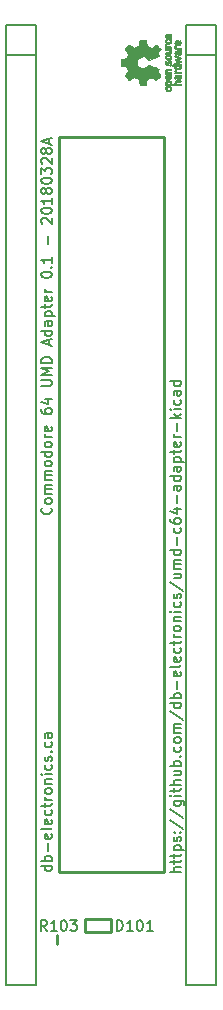
<source format=gto>
G04 #@! TF.FileFunction,Legend,Top*
%FSLAX46Y46*%
G04 Gerber Fmt 4.6, Leading zero omitted, Abs format (unit mm)*
G04 Created by KiCad (PCBNEW 4.0.7-e2-6376~58~ubuntu16.04.1) date Tue Apr  3 20:01:17 2018*
%MOMM*%
%LPD*%
G01*
G04 APERTURE LIST*
%ADD10C,0.203200*%
%ADD11C,0.177800*%
%ADD12C,0.254000*%
%ADD13C,0.150000*%
%ADD14C,0.010000*%
G04 APERTURE END LIST*
D10*
X146833167Y-139022665D02*
X145944167Y-139022665D01*
X146790833Y-139022665D02*
X146833167Y-139107332D01*
X146833167Y-139276665D01*
X146790833Y-139361332D01*
X146748500Y-139403665D01*
X146663833Y-139445999D01*
X146409833Y-139445999D01*
X146325167Y-139403665D01*
X146282833Y-139361332D01*
X146240500Y-139276665D01*
X146240500Y-139107332D01*
X146282833Y-139022665D01*
X146833167Y-138599332D02*
X145944167Y-138599332D01*
X146282833Y-138599332D02*
X146240500Y-138514666D01*
X146240500Y-138345332D01*
X146282833Y-138260666D01*
X146325167Y-138218332D01*
X146409833Y-138175999D01*
X146663833Y-138175999D01*
X146748500Y-138218332D01*
X146790833Y-138260666D01*
X146833167Y-138345332D01*
X146833167Y-138514666D01*
X146790833Y-138599332D01*
X146494500Y-137794999D02*
X146494500Y-137117666D01*
X146790833Y-136355666D02*
X146833167Y-136440332D01*
X146833167Y-136609666D01*
X146790833Y-136694332D01*
X146706167Y-136736666D01*
X146367500Y-136736666D01*
X146282833Y-136694332D01*
X146240500Y-136609666D01*
X146240500Y-136440332D01*
X146282833Y-136355666D01*
X146367500Y-136313332D01*
X146452167Y-136313332D01*
X146536833Y-136736666D01*
X146833167Y-135805332D02*
X146790833Y-135889999D01*
X146706167Y-135932332D01*
X145944167Y-135932332D01*
X146790833Y-135127999D02*
X146833167Y-135212665D01*
X146833167Y-135381999D01*
X146790833Y-135466665D01*
X146706167Y-135508999D01*
X146367500Y-135508999D01*
X146282833Y-135466665D01*
X146240500Y-135381999D01*
X146240500Y-135212665D01*
X146282833Y-135127999D01*
X146367500Y-135085665D01*
X146452167Y-135085665D01*
X146536833Y-135508999D01*
X146790833Y-134323665D02*
X146833167Y-134408332D01*
X146833167Y-134577665D01*
X146790833Y-134662332D01*
X146748500Y-134704665D01*
X146663833Y-134746999D01*
X146409833Y-134746999D01*
X146325167Y-134704665D01*
X146282833Y-134662332D01*
X146240500Y-134577665D01*
X146240500Y-134408332D01*
X146282833Y-134323665D01*
X146240500Y-134069665D02*
X146240500Y-133730999D01*
X145944167Y-133942665D02*
X146706167Y-133942665D01*
X146790833Y-133900332D01*
X146833167Y-133815665D01*
X146833167Y-133730999D01*
X146833167Y-133434665D02*
X146240500Y-133434665D01*
X146409833Y-133434665D02*
X146325167Y-133392332D01*
X146282833Y-133349999D01*
X146240500Y-133265332D01*
X146240500Y-133180665D01*
X146833167Y-132757332D02*
X146790833Y-132841999D01*
X146748500Y-132884332D01*
X146663833Y-132926666D01*
X146409833Y-132926666D01*
X146325167Y-132884332D01*
X146282833Y-132841999D01*
X146240500Y-132757332D01*
X146240500Y-132630332D01*
X146282833Y-132545666D01*
X146325167Y-132503332D01*
X146409833Y-132460999D01*
X146663833Y-132460999D01*
X146748500Y-132503332D01*
X146790833Y-132545666D01*
X146833167Y-132630332D01*
X146833167Y-132757332D01*
X146240500Y-132079999D02*
X146833167Y-132079999D01*
X146325167Y-132079999D02*
X146282833Y-132037666D01*
X146240500Y-131952999D01*
X146240500Y-131825999D01*
X146282833Y-131741333D01*
X146367500Y-131698999D01*
X146833167Y-131698999D01*
X146833167Y-131275666D02*
X146240500Y-131275666D01*
X145944167Y-131275666D02*
X145986500Y-131318000D01*
X146028833Y-131275666D01*
X145986500Y-131233333D01*
X145944167Y-131275666D01*
X146028833Y-131275666D01*
X146790833Y-130471333D02*
X146833167Y-130556000D01*
X146833167Y-130725333D01*
X146790833Y-130810000D01*
X146748500Y-130852333D01*
X146663833Y-130894667D01*
X146409833Y-130894667D01*
X146325167Y-130852333D01*
X146282833Y-130810000D01*
X146240500Y-130725333D01*
X146240500Y-130556000D01*
X146282833Y-130471333D01*
X146790833Y-130132667D02*
X146833167Y-130048000D01*
X146833167Y-129878667D01*
X146790833Y-129794000D01*
X146706167Y-129751667D01*
X146663833Y-129751667D01*
X146579167Y-129794000D01*
X146536833Y-129878667D01*
X146536833Y-130005667D01*
X146494500Y-130090333D01*
X146409833Y-130132667D01*
X146367500Y-130132667D01*
X146282833Y-130090333D01*
X146240500Y-130005667D01*
X146240500Y-129878667D01*
X146282833Y-129794000D01*
X146748500Y-129370666D02*
X146790833Y-129328333D01*
X146833167Y-129370666D01*
X146790833Y-129413000D01*
X146748500Y-129370666D01*
X146833167Y-129370666D01*
X146790833Y-128566333D02*
X146833167Y-128651000D01*
X146833167Y-128820333D01*
X146790833Y-128905000D01*
X146748500Y-128947333D01*
X146663833Y-128989667D01*
X146409833Y-128989667D01*
X146325167Y-128947333D01*
X146282833Y-128905000D01*
X146240500Y-128820333D01*
X146240500Y-128651000D01*
X146282833Y-128566333D01*
X146833167Y-127804333D02*
X146367500Y-127804333D01*
X146282833Y-127846667D01*
X146240500Y-127931333D01*
X146240500Y-128100667D01*
X146282833Y-128185333D01*
X146790833Y-127804333D02*
X146833167Y-127889000D01*
X146833167Y-128100667D01*
X146790833Y-128185333D01*
X146706167Y-128227667D01*
X146621500Y-128227667D01*
X146536833Y-128185333D01*
X146494500Y-128100667D01*
X146494500Y-127889000D01*
X146452167Y-127804333D01*
X146748500Y-108690832D02*
X146790833Y-108733166D01*
X146833167Y-108860166D01*
X146833167Y-108944832D01*
X146790833Y-109071832D01*
X146706167Y-109156499D01*
X146621500Y-109198832D01*
X146452167Y-109241166D01*
X146325167Y-109241166D01*
X146155833Y-109198832D01*
X146071167Y-109156499D01*
X145986500Y-109071832D01*
X145944167Y-108944832D01*
X145944167Y-108860166D01*
X145986500Y-108733166D01*
X146028833Y-108690832D01*
X146833167Y-108182832D02*
X146790833Y-108267499D01*
X146748500Y-108309832D01*
X146663833Y-108352166D01*
X146409833Y-108352166D01*
X146325167Y-108309832D01*
X146282833Y-108267499D01*
X146240500Y-108182832D01*
X146240500Y-108055832D01*
X146282833Y-107971166D01*
X146325167Y-107928832D01*
X146409833Y-107886499D01*
X146663833Y-107886499D01*
X146748500Y-107928832D01*
X146790833Y-107971166D01*
X146833167Y-108055832D01*
X146833167Y-108182832D01*
X146833167Y-107505499D02*
X146240500Y-107505499D01*
X146325167Y-107505499D02*
X146282833Y-107463166D01*
X146240500Y-107378499D01*
X146240500Y-107251499D01*
X146282833Y-107166833D01*
X146367500Y-107124499D01*
X146833167Y-107124499D01*
X146367500Y-107124499D02*
X146282833Y-107082166D01*
X146240500Y-106997499D01*
X146240500Y-106870499D01*
X146282833Y-106785833D01*
X146367500Y-106743499D01*
X146833167Y-106743499D01*
X146833167Y-106320166D02*
X146240500Y-106320166D01*
X146325167Y-106320166D02*
X146282833Y-106277833D01*
X146240500Y-106193166D01*
X146240500Y-106066166D01*
X146282833Y-105981500D01*
X146367500Y-105939166D01*
X146833167Y-105939166D01*
X146367500Y-105939166D02*
X146282833Y-105896833D01*
X146240500Y-105812166D01*
X146240500Y-105685166D01*
X146282833Y-105600500D01*
X146367500Y-105558166D01*
X146833167Y-105558166D01*
X146833167Y-105007833D02*
X146790833Y-105092500D01*
X146748500Y-105134833D01*
X146663833Y-105177167D01*
X146409833Y-105177167D01*
X146325167Y-105134833D01*
X146282833Y-105092500D01*
X146240500Y-105007833D01*
X146240500Y-104880833D01*
X146282833Y-104796167D01*
X146325167Y-104753833D01*
X146409833Y-104711500D01*
X146663833Y-104711500D01*
X146748500Y-104753833D01*
X146790833Y-104796167D01*
X146833167Y-104880833D01*
X146833167Y-105007833D01*
X146833167Y-103949500D02*
X145944167Y-103949500D01*
X146790833Y-103949500D02*
X146833167Y-104034167D01*
X146833167Y-104203500D01*
X146790833Y-104288167D01*
X146748500Y-104330500D01*
X146663833Y-104372834D01*
X146409833Y-104372834D01*
X146325167Y-104330500D01*
X146282833Y-104288167D01*
X146240500Y-104203500D01*
X146240500Y-104034167D01*
X146282833Y-103949500D01*
X146833167Y-103399167D02*
X146790833Y-103483834D01*
X146748500Y-103526167D01*
X146663833Y-103568501D01*
X146409833Y-103568501D01*
X146325167Y-103526167D01*
X146282833Y-103483834D01*
X146240500Y-103399167D01*
X146240500Y-103272167D01*
X146282833Y-103187501D01*
X146325167Y-103145167D01*
X146409833Y-103102834D01*
X146663833Y-103102834D01*
X146748500Y-103145167D01*
X146790833Y-103187501D01*
X146833167Y-103272167D01*
X146833167Y-103399167D01*
X146833167Y-102721834D02*
X146240500Y-102721834D01*
X146409833Y-102721834D02*
X146325167Y-102679501D01*
X146282833Y-102637168D01*
X146240500Y-102552501D01*
X146240500Y-102467834D01*
X146790833Y-101832835D02*
X146833167Y-101917501D01*
X146833167Y-102086835D01*
X146790833Y-102171501D01*
X146706167Y-102213835D01*
X146367500Y-102213835D01*
X146282833Y-102171501D01*
X146240500Y-102086835D01*
X146240500Y-101917501D01*
X146282833Y-101832835D01*
X146367500Y-101790501D01*
X146452167Y-101790501D01*
X146536833Y-102213835D01*
X145944167Y-100351168D02*
X145944167Y-100520502D01*
X145986500Y-100605168D01*
X146028833Y-100647502D01*
X146155833Y-100732168D01*
X146325167Y-100774502D01*
X146663833Y-100774502D01*
X146748500Y-100732168D01*
X146790833Y-100689835D01*
X146833167Y-100605168D01*
X146833167Y-100435835D01*
X146790833Y-100351168D01*
X146748500Y-100308835D01*
X146663833Y-100266502D01*
X146452167Y-100266502D01*
X146367500Y-100308835D01*
X146325167Y-100351168D01*
X146282833Y-100435835D01*
X146282833Y-100605168D01*
X146325167Y-100689835D01*
X146367500Y-100732168D01*
X146452167Y-100774502D01*
X146240500Y-99504501D02*
X146833167Y-99504501D01*
X145901833Y-99716168D02*
X146536833Y-99927835D01*
X146536833Y-99377501D01*
X145944167Y-98361501D02*
X146663833Y-98361501D01*
X146748500Y-98319168D01*
X146790833Y-98276835D01*
X146833167Y-98192168D01*
X146833167Y-98022835D01*
X146790833Y-97938168D01*
X146748500Y-97895835D01*
X146663833Y-97853501D01*
X145944167Y-97853501D01*
X146833167Y-97430168D02*
X145944167Y-97430168D01*
X146579167Y-97133835D01*
X145944167Y-96837502D01*
X146833167Y-96837502D01*
X146833167Y-96414168D02*
X145944167Y-96414168D01*
X145944167Y-96202502D01*
X145986500Y-96075502D01*
X146071167Y-95990835D01*
X146155833Y-95948502D01*
X146325167Y-95906168D01*
X146452167Y-95906168D01*
X146621500Y-95948502D01*
X146706167Y-95990835D01*
X146790833Y-96075502D01*
X146833167Y-96202502D01*
X146833167Y-96414168D01*
X146579167Y-94890169D02*
X146579167Y-94466835D01*
X146833167Y-94974835D02*
X145944167Y-94678502D01*
X146833167Y-94382169D01*
X146833167Y-93704835D02*
X145944167Y-93704835D01*
X146790833Y-93704835D02*
X146833167Y-93789502D01*
X146833167Y-93958835D01*
X146790833Y-94043502D01*
X146748500Y-94085835D01*
X146663833Y-94128169D01*
X146409833Y-94128169D01*
X146325167Y-94085835D01*
X146282833Y-94043502D01*
X146240500Y-93958835D01*
X146240500Y-93789502D01*
X146282833Y-93704835D01*
X146833167Y-92900502D02*
X146367500Y-92900502D01*
X146282833Y-92942836D01*
X146240500Y-93027502D01*
X146240500Y-93196836D01*
X146282833Y-93281502D01*
X146790833Y-92900502D02*
X146833167Y-92985169D01*
X146833167Y-93196836D01*
X146790833Y-93281502D01*
X146706167Y-93323836D01*
X146621500Y-93323836D01*
X146536833Y-93281502D01*
X146494500Y-93196836D01*
X146494500Y-92985169D01*
X146452167Y-92900502D01*
X146240500Y-92477169D02*
X147129500Y-92477169D01*
X146282833Y-92477169D02*
X146240500Y-92392503D01*
X146240500Y-92223169D01*
X146282833Y-92138503D01*
X146325167Y-92096169D01*
X146409833Y-92053836D01*
X146663833Y-92053836D01*
X146748500Y-92096169D01*
X146790833Y-92138503D01*
X146833167Y-92223169D01*
X146833167Y-92392503D01*
X146790833Y-92477169D01*
X146240500Y-91799836D02*
X146240500Y-91461170D01*
X145944167Y-91672836D02*
X146706167Y-91672836D01*
X146790833Y-91630503D01*
X146833167Y-91545836D01*
X146833167Y-91461170D01*
X146790833Y-90826170D02*
X146833167Y-90910836D01*
X146833167Y-91080170D01*
X146790833Y-91164836D01*
X146706167Y-91207170D01*
X146367500Y-91207170D01*
X146282833Y-91164836D01*
X146240500Y-91080170D01*
X146240500Y-90910836D01*
X146282833Y-90826170D01*
X146367500Y-90783836D01*
X146452167Y-90783836D01*
X146536833Y-91207170D01*
X146833167Y-90402836D02*
X146240500Y-90402836D01*
X146409833Y-90402836D02*
X146325167Y-90360503D01*
X146282833Y-90318170D01*
X146240500Y-90233503D01*
X146240500Y-90148836D01*
X145944167Y-89005837D02*
X145944167Y-88921170D01*
X145986500Y-88836504D01*
X146028833Y-88794170D01*
X146113500Y-88751837D01*
X146282833Y-88709504D01*
X146494500Y-88709504D01*
X146663833Y-88751837D01*
X146748500Y-88794170D01*
X146790833Y-88836504D01*
X146833167Y-88921170D01*
X146833167Y-89005837D01*
X146790833Y-89090504D01*
X146748500Y-89132837D01*
X146663833Y-89175170D01*
X146494500Y-89217504D01*
X146282833Y-89217504D01*
X146113500Y-89175170D01*
X146028833Y-89132837D01*
X145986500Y-89090504D01*
X145944167Y-89005837D01*
X146748500Y-88328503D02*
X146790833Y-88286170D01*
X146833167Y-88328503D01*
X146790833Y-88370837D01*
X146748500Y-88328503D01*
X146833167Y-88328503D01*
X146833167Y-87439504D02*
X146833167Y-87947504D01*
X146833167Y-87693504D02*
X145944167Y-87693504D01*
X146071167Y-87778170D01*
X146155833Y-87862837D01*
X146198167Y-87947504D01*
X146494500Y-86381170D02*
X146494500Y-85703837D01*
X146028833Y-84645504D02*
X145986500Y-84603170D01*
X145944167Y-84518504D01*
X145944167Y-84306837D01*
X145986500Y-84222170D01*
X146028833Y-84179837D01*
X146113500Y-84137504D01*
X146198167Y-84137504D01*
X146325167Y-84179837D01*
X146833167Y-84687837D01*
X146833167Y-84137504D01*
X145944167Y-83587170D02*
X145944167Y-83502503D01*
X145986500Y-83417837D01*
X146028833Y-83375503D01*
X146113500Y-83333170D01*
X146282833Y-83290837D01*
X146494500Y-83290837D01*
X146663833Y-83333170D01*
X146748500Y-83375503D01*
X146790833Y-83417837D01*
X146833167Y-83502503D01*
X146833167Y-83587170D01*
X146790833Y-83671837D01*
X146748500Y-83714170D01*
X146663833Y-83756503D01*
X146494500Y-83798837D01*
X146282833Y-83798837D01*
X146113500Y-83756503D01*
X146028833Y-83714170D01*
X145986500Y-83671837D01*
X145944167Y-83587170D01*
X146833167Y-82444170D02*
X146833167Y-82952170D01*
X146833167Y-82698170D02*
X145944167Y-82698170D01*
X146071167Y-82782836D01*
X146155833Y-82867503D01*
X146198167Y-82952170D01*
X146325167Y-81936169D02*
X146282833Y-82020836D01*
X146240500Y-82063169D01*
X146155833Y-82105503D01*
X146113500Y-82105503D01*
X146028833Y-82063169D01*
X145986500Y-82020836D01*
X145944167Y-81936169D01*
X145944167Y-81766836D01*
X145986500Y-81682169D01*
X146028833Y-81639836D01*
X146113500Y-81597503D01*
X146155833Y-81597503D01*
X146240500Y-81639836D01*
X146282833Y-81682169D01*
X146325167Y-81766836D01*
X146325167Y-81936169D01*
X146367500Y-82020836D01*
X146409833Y-82063169D01*
X146494500Y-82105503D01*
X146663833Y-82105503D01*
X146748500Y-82063169D01*
X146790833Y-82020836D01*
X146833167Y-81936169D01*
X146833167Y-81766836D01*
X146790833Y-81682169D01*
X146748500Y-81639836D01*
X146663833Y-81597503D01*
X146494500Y-81597503D01*
X146409833Y-81639836D01*
X146367500Y-81682169D01*
X146325167Y-81766836D01*
X145944167Y-81047169D02*
X145944167Y-80962502D01*
X145986500Y-80877836D01*
X146028833Y-80835502D01*
X146113500Y-80793169D01*
X146282833Y-80750836D01*
X146494500Y-80750836D01*
X146663833Y-80793169D01*
X146748500Y-80835502D01*
X146790833Y-80877836D01*
X146833167Y-80962502D01*
X146833167Y-81047169D01*
X146790833Y-81131836D01*
X146748500Y-81174169D01*
X146663833Y-81216502D01*
X146494500Y-81258836D01*
X146282833Y-81258836D01*
X146113500Y-81216502D01*
X146028833Y-81174169D01*
X145986500Y-81131836D01*
X145944167Y-81047169D01*
X145944167Y-80454502D02*
X145944167Y-79904169D01*
X146282833Y-80200502D01*
X146282833Y-80073502D01*
X146325167Y-79988835D01*
X146367500Y-79946502D01*
X146452167Y-79904169D01*
X146663833Y-79904169D01*
X146748500Y-79946502D01*
X146790833Y-79988835D01*
X146833167Y-80073502D01*
X146833167Y-80327502D01*
X146790833Y-80412169D01*
X146748500Y-80454502D01*
X146028833Y-79565502D02*
X145986500Y-79523168D01*
X145944167Y-79438502D01*
X145944167Y-79226835D01*
X145986500Y-79142168D01*
X146028833Y-79099835D01*
X146113500Y-79057502D01*
X146198167Y-79057502D01*
X146325167Y-79099835D01*
X146833167Y-79607835D01*
X146833167Y-79057502D01*
X146325167Y-78549501D02*
X146282833Y-78634168D01*
X146240500Y-78676501D01*
X146155833Y-78718835D01*
X146113500Y-78718835D01*
X146028833Y-78676501D01*
X145986500Y-78634168D01*
X145944167Y-78549501D01*
X145944167Y-78380168D01*
X145986500Y-78295501D01*
X146028833Y-78253168D01*
X146113500Y-78210835D01*
X146155833Y-78210835D01*
X146240500Y-78253168D01*
X146282833Y-78295501D01*
X146325167Y-78380168D01*
X146325167Y-78549501D01*
X146367500Y-78634168D01*
X146409833Y-78676501D01*
X146494500Y-78718835D01*
X146663833Y-78718835D01*
X146748500Y-78676501D01*
X146790833Y-78634168D01*
X146833167Y-78549501D01*
X146833167Y-78380168D01*
X146790833Y-78295501D01*
X146748500Y-78253168D01*
X146663833Y-78210835D01*
X146494500Y-78210835D01*
X146409833Y-78253168D01*
X146367500Y-78295501D01*
X146325167Y-78380168D01*
X146579167Y-77872168D02*
X146579167Y-77448834D01*
X146833167Y-77956834D02*
X145944167Y-77660501D01*
X146833167Y-77364168D01*
X157755167Y-139534896D02*
X156866167Y-139534896D01*
X157755167Y-139153896D02*
X157289500Y-139153896D01*
X157204833Y-139196230D01*
X157162500Y-139280896D01*
X157162500Y-139407896D01*
X157204833Y-139492563D01*
X157247167Y-139534896D01*
X157162500Y-138857563D02*
X157162500Y-138518897D01*
X156866167Y-138730563D02*
X157628167Y-138730563D01*
X157712833Y-138688230D01*
X157755167Y-138603563D01*
X157755167Y-138518897D01*
X157162500Y-138349563D02*
X157162500Y-138010897D01*
X156866167Y-138222563D02*
X157628167Y-138222563D01*
X157712833Y-138180230D01*
X157755167Y-138095563D01*
X157755167Y-138010897D01*
X157162500Y-137714563D02*
X158051500Y-137714563D01*
X157204833Y-137714563D02*
X157162500Y-137629897D01*
X157162500Y-137460563D01*
X157204833Y-137375897D01*
X157247167Y-137333563D01*
X157331833Y-137291230D01*
X157585833Y-137291230D01*
X157670500Y-137333563D01*
X157712833Y-137375897D01*
X157755167Y-137460563D01*
X157755167Y-137629897D01*
X157712833Y-137714563D01*
X157712833Y-136952564D02*
X157755167Y-136867897D01*
X157755167Y-136698564D01*
X157712833Y-136613897D01*
X157628167Y-136571564D01*
X157585833Y-136571564D01*
X157501167Y-136613897D01*
X157458833Y-136698564D01*
X157458833Y-136825564D01*
X157416500Y-136910230D01*
X157331833Y-136952564D01*
X157289500Y-136952564D01*
X157204833Y-136910230D01*
X157162500Y-136825564D01*
X157162500Y-136698564D01*
X157204833Y-136613897D01*
X157670500Y-136190563D02*
X157712833Y-136148230D01*
X157755167Y-136190563D01*
X157712833Y-136232897D01*
X157670500Y-136190563D01*
X157755167Y-136190563D01*
X157204833Y-136190563D02*
X157247167Y-136148230D01*
X157289500Y-136190563D01*
X157247167Y-136232897D01*
X157204833Y-136190563D01*
X157289500Y-136190563D01*
X156823833Y-135132230D02*
X157966833Y-135894230D01*
X156823833Y-134200897D02*
X157966833Y-134962897D01*
X157162500Y-133523564D02*
X157882167Y-133523564D01*
X157966833Y-133565898D01*
X158009167Y-133608231D01*
X158051500Y-133692898D01*
X158051500Y-133819898D01*
X158009167Y-133904564D01*
X157712833Y-133523564D02*
X157755167Y-133608231D01*
X157755167Y-133777564D01*
X157712833Y-133862231D01*
X157670500Y-133904564D01*
X157585833Y-133946898D01*
X157331833Y-133946898D01*
X157247167Y-133904564D01*
X157204833Y-133862231D01*
X157162500Y-133777564D01*
X157162500Y-133608231D01*
X157204833Y-133523564D01*
X157755167Y-133100231D02*
X157162500Y-133100231D01*
X156866167Y-133100231D02*
X156908500Y-133142565D01*
X156950833Y-133100231D01*
X156908500Y-133057898D01*
X156866167Y-133100231D01*
X156950833Y-133100231D01*
X157162500Y-132803898D02*
X157162500Y-132465232D01*
X156866167Y-132676898D02*
X157628167Y-132676898D01*
X157712833Y-132634565D01*
X157755167Y-132549898D01*
X157755167Y-132465232D01*
X157755167Y-132168898D02*
X156866167Y-132168898D01*
X157755167Y-131787898D02*
X157289500Y-131787898D01*
X157204833Y-131830232D01*
X157162500Y-131914898D01*
X157162500Y-132041898D01*
X157204833Y-132126565D01*
X157247167Y-132168898D01*
X157162500Y-130983565D02*
X157755167Y-130983565D01*
X157162500Y-131364565D02*
X157628167Y-131364565D01*
X157712833Y-131322232D01*
X157755167Y-131237565D01*
X157755167Y-131110565D01*
X157712833Y-131025899D01*
X157670500Y-130983565D01*
X157755167Y-130560232D02*
X156866167Y-130560232D01*
X157204833Y-130560232D02*
X157162500Y-130475566D01*
X157162500Y-130306232D01*
X157204833Y-130221566D01*
X157247167Y-130179232D01*
X157331833Y-130136899D01*
X157585833Y-130136899D01*
X157670500Y-130179232D01*
X157712833Y-130221566D01*
X157755167Y-130306232D01*
X157755167Y-130475566D01*
X157712833Y-130560232D01*
X157670500Y-129755899D02*
X157712833Y-129713566D01*
X157755167Y-129755899D01*
X157712833Y-129798233D01*
X157670500Y-129755899D01*
X157755167Y-129755899D01*
X157712833Y-128951566D02*
X157755167Y-129036233D01*
X157755167Y-129205566D01*
X157712833Y-129290233D01*
X157670500Y-129332566D01*
X157585833Y-129374900D01*
X157331833Y-129374900D01*
X157247167Y-129332566D01*
X157204833Y-129290233D01*
X157162500Y-129205566D01*
X157162500Y-129036233D01*
X157204833Y-128951566D01*
X157755167Y-128443566D02*
X157712833Y-128528233D01*
X157670500Y-128570566D01*
X157585833Y-128612900D01*
X157331833Y-128612900D01*
X157247167Y-128570566D01*
X157204833Y-128528233D01*
X157162500Y-128443566D01*
X157162500Y-128316566D01*
X157204833Y-128231900D01*
X157247167Y-128189566D01*
X157331833Y-128147233D01*
X157585833Y-128147233D01*
X157670500Y-128189566D01*
X157712833Y-128231900D01*
X157755167Y-128316566D01*
X157755167Y-128443566D01*
X157755167Y-127766233D02*
X157162500Y-127766233D01*
X157247167Y-127766233D02*
X157204833Y-127723900D01*
X157162500Y-127639233D01*
X157162500Y-127512233D01*
X157204833Y-127427567D01*
X157289500Y-127385233D01*
X157755167Y-127385233D01*
X157289500Y-127385233D02*
X157204833Y-127342900D01*
X157162500Y-127258233D01*
X157162500Y-127131233D01*
X157204833Y-127046567D01*
X157289500Y-127004233D01*
X157755167Y-127004233D01*
X156823833Y-125945900D02*
X157966833Y-126707900D01*
X157755167Y-125268567D02*
X156866167Y-125268567D01*
X157712833Y-125268567D02*
X157755167Y-125353234D01*
X157755167Y-125522567D01*
X157712833Y-125607234D01*
X157670500Y-125649567D01*
X157585833Y-125691901D01*
X157331833Y-125691901D01*
X157247167Y-125649567D01*
X157204833Y-125607234D01*
X157162500Y-125522567D01*
X157162500Y-125353234D01*
X157204833Y-125268567D01*
X157755167Y-124845234D02*
X156866167Y-124845234D01*
X157204833Y-124845234D02*
X157162500Y-124760568D01*
X157162500Y-124591234D01*
X157204833Y-124506568D01*
X157247167Y-124464234D01*
X157331833Y-124421901D01*
X157585833Y-124421901D01*
X157670500Y-124464234D01*
X157712833Y-124506568D01*
X157755167Y-124591234D01*
X157755167Y-124760568D01*
X157712833Y-124845234D01*
X157416500Y-124040901D02*
X157416500Y-123363568D01*
X157712833Y-122601568D02*
X157755167Y-122686234D01*
X157755167Y-122855568D01*
X157712833Y-122940234D01*
X157628167Y-122982568D01*
X157289500Y-122982568D01*
X157204833Y-122940234D01*
X157162500Y-122855568D01*
X157162500Y-122686234D01*
X157204833Y-122601568D01*
X157289500Y-122559234D01*
X157374167Y-122559234D01*
X157458833Y-122982568D01*
X157755167Y-122051234D02*
X157712833Y-122135901D01*
X157628167Y-122178234D01*
X156866167Y-122178234D01*
X157712833Y-121373901D02*
X157755167Y-121458567D01*
X157755167Y-121627901D01*
X157712833Y-121712567D01*
X157628167Y-121754901D01*
X157289500Y-121754901D01*
X157204833Y-121712567D01*
X157162500Y-121627901D01*
X157162500Y-121458567D01*
X157204833Y-121373901D01*
X157289500Y-121331567D01*
X157374167Y-121331567D01*
X157458833Y-121754901D01*
X157712833Y-120569567D02*
X157755167Y-120654234D01*
X157755167Y-120823567D01*
X157712833Y-120908234D01*
X157670500Y-120950567D01*
X157585833Y-120992901D01*
X157331833Y-120992901D01*
X157247167Y-120950567D01*
X157204833Y-120908234D01*
X157162500Y-120823567D01*
X157162500Y-120654234D01*
X157204833Y-120569567D01*
X157162500Y-120315567D02*
X157162500Y-119976901D01*
X156866167Y-120188567D02*
X157628167Y-120188567D01*
X157712833Y-120146234D01*
X157755167Y-120061567D01*
X157755167Y-119976901D01*
X157755167Y-119680567D02*
X157162500Y-119680567D01*
X157331833Y-119680567D02*
X157247167Y-119638234D01*
X157204833Y-119595901D01*
X157162500Y-119511234D01*
X157162500Y-119426567D01*
X157755167Y-119003234D02*
X157712833Y-119087901D01*
X157670500Y-119130234D01*
X157585833Y-119172568D01*
X157331833Y-119172568D01*
X157247167Y-119130234D01*
X157204833Y-119087901D01*
X157162500Y-119003234D01*
X157162500Y-118876234D01*
X157204833Y-118791568D01*
X157247167Y-118749234D01*
X157331833Y-118706901D01*
X157585833Y-118706901D01*
X157670500Y-118749234D01*
X157712833Y-118791568D01*
X157755167Y-118876234D01*
X157755167Y-119003234D01*
X157162500Y-118325901D02*
X157755167Y-118325901D01*
X157247167Y-118325901D02*
X157204833Y-118283568D01*
X157162500Y-118198901D01*
X157162500Y-118071901D01*
X157204833Y-117987235D01*
X157289500Y-117944901D01*
X157755167Y-117944901D01*
X157755167Y-117521568D02*
X157162500Y-117521568D01*
X156866167Y-117521568D02*
X156908500Y-117563902D01*
X156950833Y-117521568D01*
X156908500Y-117479235D01*
X156866167Y-117521568D01*
X156950833Y-117521568D01*
X157712833Y-116717235D02*
X157755167Y-116801902D01*
X157755167Y-116971235D01*
X157712833Y-117055902D01*
X157670500Y-117098235D01*
X157585833Y-117140569D01*
X157331833Y-117140569D01*
X157247167Y-117098235D01*
X157204833Y-117055902D01*
X157162500Y-116971235D01*
X157162500Y-116801902D01*
X157204833Y-116717235D01*
X157712833Y-116378569D02*
X157755167Y-116293902D01*
X157755167Y-116124569D01*
X157712833Y-116039902D01*
X157628167Y-115997569D01*
X157585833Y-115997569D01*
X157501167Y-116039902D01*
X157458833Y-116124569D01*
X157458833Y-116251569D01*
X157416500Y-116336235D01*
X157331833Y-116378569D01*
X157289500Y-116378569D01*
X157204833Y-116336235D01*
X157162500Y-116251569D01*
X157162500Y-116124569D01*
X157204833Y-116039902D01*
X156823833Y-114981568D02*
X157966833Y-115743568D01*
X157162500Y-114304235D02*
X157755167Y-114304235D01*
X157162500Y-114685235D02*
X157628167Y-114685235D01*
X157712833Y-114642902D01*
X157755167Y-114558235D01*
X157755167Y-114431235D01*
X157712833Y-114346569D01*
X157670500Y-114304235D01*
X157755167Y-113880902D02*
X157162500Y-113880902D01*
X157247167Y-113880902D02*
X157204833Y-113838569D01*
X157162500Y-113753902D01*
X157162500Y-113626902D01*
X157204833Y-113542236D01*
X157289500Y-113499902D01*
X157755167Y-113499902D01*
X157289500Y-113499902D02*
X157204833Y-113457569D01*
X157162500Y-113372902D01*
X157162500Y-113245902D01*
X157204833Y-113161236D01*
X157289500Y-113118902D01*
X157755167Y-113118902D01*
X157755167Y-112314569D02*
X156866167Y-112314569D01*
X157712833Y-112314569D02*
X157755167Y-112399236D01*
X157755167Y-112568569D01*
X157712833Y-112653236D01*
X157670500Y-112695569D01*
X157585833Y-112737903D01*
X157331833Y-112737903D01*
X157247167Y-112695569D01*
X157204833Y-112653236D01*
X157162500Y-112568569D01*
X157162500Y-112399236D01*
X157204833Y-112314569D01*
X157416500Y-111891236D02*
X157416500Y-111213903D01*
X157712833Y-110409569D02*
X157755167Y-110494236D01*
X157755167Y-110663569D01*
X157712833Y-110748236D01*
X157670500Y-110790569D01*
X157585833Y-110832903D01*
X157331833Y-110832903D01*
X157247167Y-110790569D01*
X157204833Y-110748236D01*
X157162500Y-110663569D01*
X157162500Y-110494236D01*
X157204833Y-110409569D01*
X156866167Y-109647569D02*
X156866167Y-109816903D01*
X156908500Y-109901569D01*
X156950833Y-109943903D01*
X157077833Y-110028569D01*
X157247167Y-110070903D01*
X157585833Y-110070903D01*
X157670500Y-110028569D01*
X157712833Y-109986236D01*
X157755167Y-109901569D01*
X157755167Y-109732236D01*
X157712833Y-109647569D01*
X157670500Y-109605236D01*
X157585833Y-109562903D01*
X157374167Y-109562903D01*
X157289500Y-109605236D01*
X157247167Y-109647569D01*
X157204833Y-109732236D01*
X157204833Y-109901569D01*
X157247167Y-109986236D01*
X157289500Y-110028569D01*
X157374167Y-110070903D01*
X157162500Y-108800902D02*
X157755167Y-108800902D01*
X156823833Y-109012569D02*
X157458833Y-109224236D01*
X157458833Y-108673902D01*
X157416500Y-108335235D02*
X157416500Y-107657902D01*
X157755167Y-106853568D02*
X157289500Y-106853568D01*
X157204833Y-106895902D01*
X157162500Y-106980568D01*
X157162500Y-107149902D01*
X157204833Y-107234568D01*
X157712833Y-106853568D02*
X157755167Y-106938235D01*
X157755167Y-107149902D01*
X157712833Y-107234568D01*
X157628167Y-107276902D01*
X157543500Y-107276902D01*
X157458833Y-107234568D01*
X157416500Y-107149902D01*
X157416500Y-106938235D01*
X157374167Y-106853568D01*
X157755167Y-106049235D02*
X156866167Y-106049235D01*
X157712833Y-106049235D02*
X157755167Y-106133902D01*
X157755167Y-106303235D01*
X157712833Y-106387902D01*
X157670500Y-106430235D01*
X157585833Y-106472569D01*
X157331833Y-106472569D01*
X157247167Y-106430235D01*
X157204833Y-106387902D01*
X157162500Y-106303235D01*
X157162500Y-106133902D01*
X157204833Y-106049235D01*
X157755167Y-105244902D02*
X157289500Y-105244902D01*
X157204833Y-105287236D01*
X157162500Y-105371902D01*
X157162500Y-105541236D01*
X157204833Y-105625902D01*
X157712833Y-105244902D02*
X157755167Y-105329569D01*
X157755167Y-105541236D01*
X157712833Y-105625902D01*
X157628167Y-105668236D01*
X157543500Y-105668236D01*
X157458833Y-105625902D01*
X157416500Y-105541236D01*
X157416500Y-105329569D01*
X157374167Y-105244902D01*
X157162500Y-104821569D02*
X158051500Y-104821569D01*
X157204833Y-104821569D02*
X157162500Y-104736903D01*
X157162500Y-104567569D01*
X157204833Y-104482903D01*
X157247167Y-104440569D01*
X157331833Y-104398236D01*
X157585833Y-104398236D01*
X157670500Y-104440569D01*
X157712833Y-104482903D01*
X157755167Y-104567569D01*
X157755167Y-104736903D01*
X157712833Y-104821569D01*
X157162500Y-104144236D02*
X157162500Y-103805570D01*
X156866167Y-104017236D02*
X157628167Y-104017236D01*
X157712833Y-103974903D01*
X157755167Y-103890236D01*
X157755167Y-103805570D01*
X157712833Y-103170570D02*
X157755167Y-103255236D01*
X157755167Y-103424570D01*
X157712833Y-103509236D01*
X157628167Y-103551570D01*
X157289500Y-103551570D01*
X157204833Y-103509236D01*
X157162500Y-103424570D01*
X157162500Y-103255236D01*
X157204833Y-103170570D01*
X157289500Y-103128236D01*
X157374167Y-103128236D01*
X157458833Y-103551570D01*
X157755167Y-102747236D02*
X157162500Y-102747236D01*
X157331833Y-102747236D02*
X157247167Y-102704903D01*
X157204833Y-102662570D01*
X157162500Y-102577903D01*
X157162500Y-102493236D01*
X157416500Y-102196903D02*
X157416500Y-101519570D01*
X157755167Y-101096236D02*
X156866167Y-101096236D01*
X157416500Y-101011570D02*
X157755167Y-100757570D01*
X157162500Y-100757570D02*
X157501167Y-101096236D01*
X157755167Y-100376569D02*
X157162500Y-100376569D01*
X156866167Y-100376569D02*
X156908500Y-100418903D01*
X156950833Y-100376569D01*
X156908500Y-100334236D01*
X156866167Y-100376569D01*
X156950833Y-100376569D01*
X157712833Y-99572236D02*
X157755167Y-99656903D01*
X157755167Y-99826236D01*
X157712833Y-99910903D01*
X157670500Y-99953236D01*
X157585833Y-99995570D01*
X157331833Y-99995570D01*
X157247167Y-99953236D01*
X157204833Y-99910903D01*
X157162500Y-99826236D01*
X157162500Y-99656903D01*
X157204833Y-99572236D01*
X157755167Y-98810236D02*
X157289500Y-98810236D01*
X157204833Y-98852570D01*
X157162500Y-98937236D01*
X157162500Y-99106570D01*
X157204833Y-99191236D01*
X157712833Y-98810236D02*
X157755167Y-98894903D01*
X157755167Y-99106570D01*
X157712833Y-99191236D01*
X157628167Y-99233570D01*
X157543500Y-99233570D01*
X157458833Y-99191236D01*
X157416500Y-99106570D01*
X157416500Y-98894903D01*
X157374167Y-98810236D01*
X157755167Y-98005903D02*
X156866167Y-98005903D01*
X157712833Y-98005903D02*
X157755167Y-98090570D01*
X157755167Y-98259903D01*
X157712833Y-98344570D01*
X157670500Y-98386903D01*
X157585833Y-98429237D01*
X157331833Y-98429237D01*
X157247167Y-98386903D01*
X157204833Y-98344570D01*
X157162500Y-98259903D01*
X157162500Y-98090570D01*
X157204833Y-98005903D01*
D11*
X158242000Y-70358000D02*
X160782000Y-70358000D01*
X160782000Y-67818000D02*
X158242000Y-67818000D01*
X160782000Y-149098000D02*
X160782000Y-67818000D01*
X158242000Y-149098000D02*
X160782000Y-149098000D01*
X158242000Y-67818000D02*
X158242000Y-149098000D01*
X143002000Y-70358000D02*
X145542000Y-70358000D01*
X145542000Y-67818000D02*
X144272000Y-67818000D01*
X145542000Y-149098000D02*
X145542000Y-67818000D01*
X143002000Y-149098000D02*
X145542000Y-149098000D01*
X143002000Y-67818000D02*
X143002000Y-149098000D01*
X144272000Y-67818000D02*
X143002000Y-67818000D01*
D12*
X156337000Y-139573000D02*
X156337000Y-77343000D01*
X147447000Y-139573000D02*
X156337000Y-139573000D01*
X147447000Y-77343000D02*
X147447000Y-139573000D01*
X147447000Y-77343000D02*
X156337000Y-77343000D01*
X151823600Y-144618800D02*
X151823600Y-143518800D01*
X151823600Y-143518800D02*
X149623600Y-143518800D01*
X149623600Y-143518800D02*
X149623600Y-144618800D01*
X149623600Y-144618800D02*
X151773600Y-144618800D01*
D13*
X151773600Y-144618800D02*
X151823600Y-144618800D01*
D12*
X147294600Y-144907000D02*
X147294600Y-145669000D01*
D14*
G36*
X156448565Y-72641813D02*
X156483866Y-72566372D01*
X156554091Y-72524909D01*
X156667643Y-72509601D01*
X156708452Y-72508937D01*
X156807090Y-72512939D01*
X156868576Y-72528865D01*
X156911877Y-72562598D01*
X156922825Y-72575414D01*
X156963126Y-72662289D01*
X156960922Y-72720557D01*
X156954329Y-72765671D01*
X156966242Y-72789063D01*
X157009185Y-72797869D01*
X157095681Y-72799223D01*
X157099000Y-72799223D01*
X157186961Y-72797980D01*
X157231001Y-72789494D01*
X157243645Y-72766630D01*
X157237417Y-72722254D01*
X157237077Y-72720557D01*
X157243731Y-72628508D01*
X157276009Y-72574383D01*
X157311081Y-72538935D01*
X157355056Y-72518282D01*
X157423479Y-72508324D01*
X157531894Y-72504958D01*
X157539392Y-72504882D01*
X157646745Y-72505124D01*
X157710115Y-72510690D01*
X157741933Y-72525019D01*
X157754628Y-72551548D01*
X157756955Y-72565059D01*
X157757511Y-72598087D01*
X157739600Y-72617631D01*
X157691465Y-72628214D01*
X157601351Y-72634357D01*
X157573510Y-72635615D01*
X157471949Y-72641289D01*
X157414375Y-72650578D01*
X157388348Y-72668589D01*
X157381431Y-72700428D01*
X157381222Y-72714556D01*
X157384658Y-72752107D01*
X157403296Y-72774054D01*
X157449632Y-72785571D01*
X157536159Y-72791833D01*
X157571722Y-72793457D01*
X157673964Y-72799911D01*
X157731774Y-72810630D01*
X157757162Y-72829527D01*
X157762222Y-72855548D01*
X157753997Y-72886782D01*
X157720827Y-72904847D01*
X157649966Y-72914629D01*
X157599944Y-72917759D01*
X157517000Y-72920109D01*
X157390970Y-72921216D01*
X157235195Y-72921075D01*
X157063020Y-72919683D01*
X156939626Y-72917958D01*
X156670580Y-72913494D01*
X156670580Y-72793988D01*
X156761532Y-72788739D01*
X156829572Y-72761428D01*
X156858908Y-72718710D01*
X156859111Y-72714556D01*
X156839997Y-72680596D01*
X156818747Y-72659746D01*
X156765421Y-72639915D01*
X156686069Y-72634211D01*
X156670580Y-72635124D01*
X156599533Y-72645953D01*
X156568933Y-72670377D01*
X156562777Y-72714556D01*
X156570385Y-72761682D01*
X156603852Y-72784465D01*
X156670580Y-72793988D01*
X156670580Y-72913494D01*
X156441586Y-72909693D01*
X156439787Y-72759054D01*
X156448565Y-72641813D01*
X156448565Y-72641813D01*
G37*
X156448565Y-72641813D02*
X156483866Y-72566372D01*
X156554091Y-72524909D01*
X156667643Y-72509601D01*
X156708452Y-72508937D01*
X156807090Y-72512939D01*
X156868576Y-72528865D01*
X156911877Y-72562598D01*
X156922825Y-72575414D01*
X156963126Y-72662289D01*
X156960922Y-72720557D01*
X156954329Y-72765671D01*
X156966242Y-72789063D01*
X157009185Y-72797869D01*
X157095681Y-72799223D01*
X157099000Y-72799223D01*
X157186961Y-72797980D01*
X157231001Y-72789494D01*
X157243645Y-72766630D01*
X157237417Y-72722254D01*
X157237077Y-72720557D01*
X157243731Y-72628508D01*
X157276009Y-72574383D01*
X157311081Y-72538935D01*
X157355056Y-72518282D01*
X157423479Y-72508324D01*
X157531894Y-72504958D01*
X157539392Y-72504882D01*
X157646745Y-72505124D01*
X157710115Y-72510690D01*
X157741933Y-72525019D01*
X157754628Y-72551548D01*
X157756955Y-72565059D01*
X157757511Y-72598087D01*
X157739600Y-72617631D01*
X157691465Y-72628214D01*
X157601351Y-72634357D01*
X157573510Y-72635615D01*
X157471949Y-72641289D01*
X157414375Y-72650578D01*
X157388348Y-72668589D01*
X157381431Y-72700428D01*
X157381222Y-72714556D01*
X157384658Y-72752107D01*
X157403296Y-72774054D01*
X157449632Y-72785571D01*
X157536159Y-72791833D01*
X157571722Y-72793457D01*
X157673964Y-72799911D01*
X157731774Y-72810630D01*
X157757162Y-72829527D01*
X157762222Y-72855548D01*
X157753997Y-72886782D01*
X157720827Y-72904847D01*
X157649966Y-72914629D01*
X157599944Y-72917759D01*
X157517000Y-72920109D01*
X157390970Y-72921216D01*
X157235195Y-72921075D01*
X157063020Y-72919683D01*
X156939626Y-72917958D01*
X156670580Y-72913494D01*
X156670580Y-72793988D01*
X156761532Y-72788739D01*
X156829572Y-72761428D01*
X156858908Y-72718710D01*
X156859111Y-72714556D01*
X156839997Y-72680596D01*
X156818747Y-72659746D01*
X156765421Y-72639915D01*
X156686069Y-72634211D01*
X156670580Y-72635124D01*
X156599533Y-72645953D01*
X156568933Y-72670377D01*
X156562777Y-72714556D01*
X156570385Y-72761682D01*
X156603852Y-72784465D01*
X156670580Y-72793988D01*
X156670580Y-72913494D01*
X156441586Y-72909693D01*
X156439787Y-72759054D01*
X156448565Y-72641813D01*
G36*
X157238178Y-72166143D02*
X157269933Y-72099947D01*
X157298456Y-72067958D01*
X157337894Y-72049081D01*
X157402383Y-72039971D01*
X157506062Y-72037284D01*
X157535125Y-72037223D01*
X157756384Y-72037223D01*
X157758251Y-72193497D01*
X157753442Y-72299385D01*
X157732874Y-72367885D01*
X157704725Y-72405164D01*
X157639852Y-72452400D01*
X157599944Y-72451680D01*
X157599944Y-72314217D01*
X157635472Y-72308042D01*
X157648605Y-72262802D01*
X157649333Y-72236848D01*
X157641158Y-72174249D01*
X157609858Y-72151473D01*
X157591014Y-72150111D01*
X157549337Y-72161235D01*
X157539698Y-72205048D01*
X157541625Y-72227481D01*
X157565718Y-72291824D01*
X157599944Y-72314217D01*
X157599944Y-72451680D01*
X157576361Y-72451254D01*
X157514501Y-72416622D01*
X157469251Y-72366091D01*
X157452478Y-72288041D01*
X157451777Y-72259331D01*
X157447397Y-72186356D01*
X157430212Y-72156706D01*
X157402388Y-72155785D01*
X157366724Y-72181198D01*
X157353440Y-72246071D01*
X157353000Y-72268071D01*
X157344552Y-72356813D01*
X157320958Y-72396792D01*
X157284844Y-72385132D01*
X157266025Y-72363395D01*
X157229882Y-72270169D01*
X157238178Y-72166143D01*
X157238178Y-72166143D01*
G37*
X157238178Y-72166143D02*
X157269933Y-72099947D01*
X157298456Y-72067958D01*
X157337894Y-72049081D01*
X157402383Y-72039971D01*
X157506062Y-72037284D01*
X157535125Y-72037223D01*
X157756384Y-72037223D01*
X157758251Y-72193497D01*
X157753442Y-72299385D01*
X157732874Y-72367885D01*
X157704725Y-72405164D01*
X157639852Y-72452400D01*
X157599944Y-72451680D01*
X157599944Y-72314217D01*
X157635472Y-72308042D01*
X157648605Y-72262802D01*
X157649333Y-72236848D01*
X157641158Y-72174249D01*
X157609858Y-72151473D01*
X157591014Y-72150111D01*
X157549337Y-72161235D01*
X157539698Y-72205048D01*
X157541625Y-72227481D01*
X157565718Y-72291824D01*
X157599944Y-72314217D01*
X157599944Y-72451680D01*
X157576361Y-72451254D01*
X157514501Y-72416622D01*
X157469251Y-72366091D01*
X157452478Y-72288041D01*
X157451777Y-72259331D01*
X157447397Y-72186356D01*
X157430212Y-72156706D01*
X157402388Y-72155785D01*
X157366724Y-72181198D01*
X157353440Y-72246071D01*
X157353000Y-72268071D01*
X157344552Y-72356813D01*
X157320958Y-72396792D01*
X157284844Y-72385132D01*
X157266025Y-72363395D01*
X157229882Y-72270169D01*
X157238178Y-72166143D01*
G36*
X157239246Y-71822053D02*
X157257677Y-71811445D01*
X157272803Y-71798047D01*
X157254526Y-71769478D01*
X157236775Y-71720386D01*
X157237878Y-71657348D01*
X157254548Y-71604522D01*
X157279526Y-71585667D01*
X157323542Y-71610885D01*
X157358869Y-71674671D01*
X157371462Y-71726778D01*
X157380660Y-71764450D01*
X157403969Y-71786502D01*
X157454551Y-71798121D01*
X157545572Y-71804493D01*
X157571722Y-71805679D01*
X157673749Y-71812044D01*
X157731434Y-71822593D01*
X157756881Y-71841361D01*
X157762222Y-71869179D01*
X157757875Y-71894835D01*
X157737873Y-71911030D01*
X157691772Y-71919912D01*
X157609132Y-71923629D01*
X157494111Y-71924334D01*
X157369498Y-71923481D01*
X157290852Y-71919455D01*
X157247701Y-71910050D01*
X157229576Y-71893062D01*
X157226000Y-71867889D01*
X157239246Y-71822053D01*
X157239246Y-71822053D01*
G37*
X157239246Y-71822053D02*
X157257677Y-71811445D01*
X157272803Y-71798047D01*
X157254526Y-71769478D01*
X157236775Y-71720386D01*
X157237878Y-71657348D01*
X157254548Y-71604522D01*
X157279526Y-71585667D01*
X157323542Y-71610885D01*
X157358869Y-71674671D01*
X157371462Y-71726778D01*
X157380660Y-71764450D01*
X157403969Y-71786502D01*
X157454551Y-71798121D01*
X157545572Y-71804493D01*
X157571722Y-71805679D01*
X157673749Y-71812044D01*
X157731434Y-71822593D01*
X157756881Y-71841361D01*
X157762222Y-71869179D01*
X157757875Y-71894835D01*
X157737873Y-71911030D01*
X157691772Y-71919912D01*
X157609132Y-71923629D01*
X157494111Y-71924334D01*
X157369498Y-71923481D01*
X157290852Y-71919455D01*
X157247701Y-71910050D01*
X157229576Y-71893062D01*
X157226000Y-71867889D01*
X157239246Y-71822053D01*
G36*
X157031584Y-71195629D02*
X157047032Y-71179852D01*
X157083832Y-71170041D01*
X157151027Y-71164790D01*
X157257661Y-71162690D01*
X157391337Y-71162334D01*
X157754230Y-71162334D01*
X157756624Y-71331189D01*
X157754777Y-71430841D01*
X157742567Y-71491229D01*
X157715308Y-71529249D01*
X157697896Y-71542855D01*
X157616528Y-71575391D01*
X157510531Y-71587108D01*
X157504593Y-71586650D01*
X157504593Y-71472778D01*
X157587013Y-71456597D01*
X157635831Y-71416584D01*
X157645423Y-71365536D01*
X157610163Y-71316249D01*
X157580858Y-71299258D01*
X157500139Y-71281619D01*
X157421047Y-71293169D01*
X157365960Y-71329355D01*
X157357312Y-71344718D01*
X157362229Y-71399039D01*
X157408250Y-71445554D01*
X157480282Y-71471144D01*
X157504593Y-71472778D01*
X157504593Y-71586650D01*
X157402082Y-71578734D01*
X157313360Y-71550996D01*
X157282444Y-71529223D01*
X157232791Y-71453969D01*
X157236226Y-71372899D01*
X157255215Y-71329812D01*
X157268007Y-71296471D01*
X157251689Y-71280444D01*
X157194982Y-71275496D01*
X157156437Y-71275223D01*
X157076693Y-71271589D01*
X157038828Y-71256475D01*
X157028512Y-71223561D01*
X157028444Y-71218778D01*
X157031584Y-71195629D01*
X157031584Y-71195629D01*
G37*
X157031584Y-71195629D02*
X157047032Y-71179852D01*
X157083832Y-71170041D01*
X157151027Y-71164790D01*
X157257661Y-71162690D01*
X157391337Y-71162334D01*
X157754230Y-71162334D01*
X157756624Y-71331189D01*
X157754777Y-71430841D01*
X157742567Y-71491229D01*
X157715308Y-71529249D01*
X157697896Y-71542855D01*
X157616528Y-71575391D01*
X157510531Y-71587108D01*
X157504593Y-71586650D01*
X157504593Y-71472778D01*
X157587013Y-71456597D01*
X157635831Y-71416584D01*
X157645423Y-71365536D01*
X157610163Y-71316249D01*
X157580858Y-71299258D01*
X157500139Y-71281619D01*
X157421047Y-71293169D01*
X157365960Y-71329355D01*
X157357312Y-71344718D01*
X157362229Y-71399039D01*
X157408250Y-71445554D01*
X157480282Y-71471144D01*
X157504593Y-71472778D01*
X157504593Y-71586650D01*
X157402082Y-71578734D01*
X157313360Y-71550996D01*
X157282444Y-71529223D01*
X157232791Y-71453969D01*
X157236226Y-71372899D01*
X157255215Y-71329812D01*
X157268007Y-71296471D01*
X157251689Y-71280444D01*
X157194982Y-71275496D01*
X157156437Y-71275223D01*
X157076693Y-71271589D01*
X157038828Y-71256475D01*
X157028512Y-71223561D01*
X157028444Y-71218778D01*
X157031584Y-71195629D01*
G36*
X157232572Y-70410798D02*
X157241604Y-70400334D01*
X157273759Y-70407929D01*
X157347144Y-70428312D01*
X157448979Y-70457879D01*
X157510970Y-70476296D01*
X157630942Y-70513813D01*
X157705658Y-70542514D01*
X157744559Y-70567510D01*
X157757087Y-70593914D01*
X157756421Y-70609180D01*
X157734085Y-70649657D01*
X157673609Y-70684468D01*
X157592888Y-70711939D01*
X157437666Y-70757776D01*
X157599944Y-70809987D01*
X157704042Y-70849482D01*
X157757442Y-70886684D01*
X157759100Y-70924274D01*
X157707973Y-70964931D01*
X157603019Y-71011337D01*
X157508577Y-71044803D01*
X157385869Y-71082597D01*
X157294931Y-71103730D01*
X157244502Y-71106340D01*
X157237965Y-71102418D01*
X157231289Y-71049638D01*
X157280281Y-71003663D01*
X157384533Y-70964859D01*
X157392738Y-70962716D01*
X157469453Y-70939659D01*
X157514438Y-70919401D01*
X157519834Y-70910183D01*
X157485977Y-70892501D01*
X157417258Y-70865356D01*
X157372170Y-70849453D01*
X157294743Y-70815779D01*
X157247478Y-70780680D01*
X157240111Y-70764903D01*
X157265323Y-70733926D01*
X157332683Y-70695904D01*
X157404667Y-70666766D01*
X157569222Y-70608410D01*
X157397611Y-70560698D01*
X157299791Y-70529768D01*
X157246602Y-70501362D01*
X157226990Y-70468778D01*
X157226000Y-70456660D01*
X157232572Y-70410798D01*
X157232572Y-70410798D01*
G37*
X157232572Y-70410798D02*
X157241604Y-70400334D01*
X157273759Y-70407929D01*
X157347144Y-70428312D01*
X157448979Y-70457879D01*
X157510970Y-70476296D01*
X157630942Y-70513813D01*
X157705658Y-70542514D01*
X157744559Y-70567510D01*
X157757087Y-70593914D01*
X157756421Y-70609180D01*
X157734085Y-70649657D01*
X157673609Y-70684468D01*
X157592888Y-70711939D01*
X157437666Y-70757776D01*
X157599944Y-70809987D01*
X157704042Y-70849482D01*
X157757442Y-70886684D01*
X157759100Y-70924274D01*
X157707973Y-70964931D01*
X157603019Y-71011337D01*
X157508577Y-71044803D01*
X157385869Y-71082597D01*
X157294931Y-71103730D01*
X157244502Y-71106340D01*
X157237965Y-71102418D01*
X157231289Y-71049638D01*
X157280281Y-71003663D01*
X157384533Y-70964859D01*
X157392738Y-70962716D01*
X157469453Y-70939659D01*
X157514438Y-70919401D01*
X157519834Y-70910183D01*
X157485977Y-70892501D01*
X157417258Y-70865356D01*
X157372170Y-70849453D01*
X157294743Y-70815779D01*
X157247478Y-70780680D01*
X157240111Y-70764903D01*
X157265323Y-70733926D01*
X157332683Y-70695904D01*
X157404667Y-70666766D01*
X157569222Y-70608410D01*
X157397611Y-70560698D01*
X157299791Y-70529768D01*
X157246602Y-70501362D01*
X157226990Y-70468778D01*
X157226000Y-70456660D01*
X157232572Y-70410798D01*
G36*
X157245445Y-70107103D02*
X157280055Y-70031901D01*
X157310025Y-70005566D01*
X157364535Y-69991057D01*
X157455472Y-69980774D01*
X157559777Y-69977000D01*
X157756155Y-69977000D01*
X157758486Y-70142595D01*
X157754785Y-70250030D01*
X157737592Y-70317307D01*
X157709908Y-70354262D01*
X157629606Y-70398756D01*
X157618253Y-70397945D01*
X157618253Y-70275070D01*
X157619573Y-70274284D01*
X157644148Y-70231007D01*
X157641151Y-70168679D01*
X157615666Y-70114290D01*
X157585833Y-70095117D01*
X157546892Y-70104133D01*
X157536876Y-70151320D01*
X157549220Y-70226852D01*
X157579270Y-70272449D01*
X157618253Y-70275070D01*
X157618253Y-70397945D01*
X157553716Y-70393333D01*
X157492674Y-70344201D01*
X157456916Y-70257566D01*
X157451777Y-70200762D01*
X157444359Y-70122640D01*
X157420120Y-70091339D01*
X157409982Y-70089889D01*
X157372117Y-70115420D01*
X157349837Y-70183633D01*
X157347183Y-70281958D01*
X157347394Y-70284588D01*
X157338464Y-70345943D01*
X157307733Y-70362342D01*
X157269952Y-70331843D01*
X157252523Y-70297088D01*
X157234883Y-70202518D01*
X157245445Y-70107103D01*
X157245445Y-70107103D01*
G37*
X157245445Y-70107103D02*
X157280055Y-70031901D01*
X157310025Y-70005566D01*
X157364535Y-69991057D01*
X157455472Y-69980774D01*
X157559777Y-69977000D01*
X157756155Y-69977000D01*
X157758486Y-70142595D01*
X157754785Y-70250030D01*
X157737592Y-70317307D01*
X157709908Y-70354262D01*
X157629606Y-70398756D01*
X157618253Y-70397945D01*
X157618253Y-70275070D01*
X157619573Y-70274284D01*
X157644148Y-70231007D01*
X157641151Y-70168679D01*
X157615666Y-70114290D01*
X157585833Y-70095117D01*
X157546892Y-70104133D01*
X157536876Y-70151320D01*
X157549220Y-70226852D01*
X157579270Y-70272449D01*
X157618253Y-70275070D01*
X157618253Y-70397945D01*
X157553716Y-70393333D01*
X157492674Y-70344201D01*
X157456916Y-70257566D01*
X157451777Y-70200762D01*
X157444359Y-70122640D01*
X157420120Y-70091339D01*
X157409982Y-70089889D01*
X157372117Y-70115420D01*
X157349837Y-70183633D01*
X157347183Y-70281958D01*
X157347394Y-70284588D01*
X157338464Y-70345943D01*
X157307733Y-70362342D01*
X157269952Y-70331843D01*
X157252523Y-70297088D01*
X157234883Y-70202518D01*
X157245445Y-70107103D01*
G36*
X157237458Y-69644352D02*
X157246881Y-69574390D01*
X157254514Y-69553194D01*
X157288611Y-69532525D01*
X157326489Y-69554181D01*
X157356488Y-69606195D01*
X157367111Y-69668722D01*
X157369520Y-69711137D01*
X157385100Y-69735721D01*
X157426377Y-69748279D01*
X157505877Y-69754615D01*
X157557611Y-69756989D01*
X157659449Y-69763143D01*
X157717888Y-69773577D01*
X157745972Y-69793057D01*
X157756742Y-69826345D01*
X157757271Y-69829921D01*
X157759427Y-69860013D01*
X157748634Y-69878510D01*
X157714601Y-69887703D01*
X157647036Y-69889884D01*
X157535647Y-69887344D01*
X157503780Y-69886365D01*
X157241128Y-69878223D01*
X157236007Y-69734824D01*
X157237458Y-69644352D01*
X157237458Y-69644352D01*
G37*
X157237458Y-69644352D02*
X157246881Y-69574390D01*
X157254514Y-69553194D01*
X157288611Y-69532525D01*
X157326489Y-69554181D01*
X157356488Y-69606195D01*
X157367111Y-69668722D01*
X157369520Y-69711137D01*
X157385100Y-69735721D01*
X157426377Y-69748279D01*
X157505877Y-69754615D01*
X157557611Y-69756989D01*
X157659449Y-69763143D01*
X157717888Y-69773577D01*
X157745972Y-69793057D01*
X157756742Y-69826345D01*
X157757271Y-69829921D01*
X157759427Y-69860013D01*
X157748634Y-69878510D01*
X157714601Y-69887703D01*
X157647036Y-69889884D01*
X157535647Y-69887344D01*
X157503780Y-69886365D01*
X157241128Y-69878223D01*
X157236007Y-69734824D01*
X157237458Y-69644352D01*
G36*
X157251750Y-69242298D02*
X157319313Y-69161931D01*
X157414154Y-69111934D01*
X157481327Y-69102111D01*
X157513069Y-69109143D01*
X157529699Y-69139051D01*
X157535849Y-69205054D01*
X157536444Y-69259403D01*
X157538869Y-69349443D01*
X157548819Y-69395128D01*
X157570308Y-69408437D01*
X157585833Y-69406856D01*
X157619326Y-69384743D01*
X157633637Y-69327398D01*
X157635222Y-69280394D01*
X157642918Y-69184587D01*
X157664881Y-69138966D01*
X157699423Y-69145651D01*
X157722196Y-69171050D01*
X157753984Y-69252386D01*
X157758746Y-69352832D01*
X157735338Y-69441339D01*
X157732361Y-69446723D01*
X157679572Y-69491466D01*
X157592422Y-69524382D01*
X157492705Y-69539358D01*
X157419397Y-69534491D01*
X157389129Y-69520772D01*
X157389129Y-69411384D01*
X157424661Y-69405708D01*
X157448677Y-69359811D01*
X157451777Y-69327889D01*
X157439969Y-69262496D01*
X157412463Y-69243223D01*
X157369086Y-69266737D01*
X157349673Y-69321919D01*
X157356905Y-69370223D01*
X157389129Y-69411384D01*
X157389129Y-69520772D01*
X157345348Y-69500926D01*
X157277155Y-69440922D01*
X157233194Y-69373004D01*
X157226000Y-69339522D01*
X157251750Y-69242298D01*
X157251750Y-69242298D01*
G37*
X157251750Y-69242298D02*
X157319313Y-69161931D01*
X157414154Y-69111934D01*
X157481327Y-69102111D01*
X157513069Y-69109143D01*
X157529699Y-69139051D01*
X157535849Y-69205054D01*
X157536444Y-69259403D01*
X157538869Y-69349443D01*
X157548819Y-69395128D01*
X157570308Y-69408437D01*
X157585833Y-69406856D01*
X157619326Y-69384743D01*
X157633637Y-69327398D01*
X157635222Y-69280394D01*
X157642918Y-69184587D01*
X157664881Y-69138966D01*
X157699423Y-69145651D01*
X157722196Y-69171050D01*
X157753984Y-69252386D01*
X157758746Y-69352832D01*
X157735338Y-69441339D01*
X157732361Y-69446723D01*
X157679572Y-69491466D01*
X157592422Y-69524382D01*
X157492705Y-69539358D01*
X157419397Y-69534491D01*
X157389129Y-69520772D01*
X157389129Y-69411384D01*
X157424661Y-69405708D01*
X157448677Y-69359811D01*
X157451777Y-69327889D01*
X157439969Y-69262496D01*
X157412463Y-69243223D01*
X157369086Y-69266737D01*
X157349673Y-69321919D01*
X157356905Y-69370223D01*
X157389129Y-69411384D01*
X157389129Y-69520772D01*
X157345348Y-69500926D01*
X157277155Y-69440922D01*
X157233194Y-69373004D01*
X157226000Y-69339522D01*
X157251750Y-69242298D01*
G36*
X156474857Y-73092790D02*
X156552253Y-73031566D01*
X156662592Y-72999398D01*
X156708977Y-72996778D01*
X156827651Y-73017185D01*
X156913473Y-73071827D01*
X156960662Y-73150841D01*
X156963435Y-73244362D01*
X156916011Y-73342524D01*
X156913507Y-73345750D01*
X156869052Y-73391029D01*
X156815003Y-73413243D01*
X156730316Y-73419961D01*
X156706760Y-73420111D01*
X156691378Y-73419204D01*
X156691378Y-73302388D01*
X156778698Y-73295277D01*
X156821494Y-73263212D01*
X156842999Y-73198856D01*
X156816326Y-73145379D01*
X156749740Y-73113806D01*
X156706351Y-73109667D01*
X156615689Y-73126482D01*
X156565433Y-73167690D01*
X156556660Y-73219438D01*
X156590446Y-73267872D01*
X156667869Y-73299139D01*
X156691378Y-73302388D01*
X156691378Y-73419204D01*
X156607212Y-73414236D01*
X156542152Y-73392216D01*
X156497141Y-73354793D01*
X156441621Y-73264003D01*
X156436087Y-73173469D01*
X156474857Y-73092790D01*
X156474857Y-73092790D01*
G37*
X156474857Y-73092790D02*
X156552253Y-73031566D01*
X156662592Y-72999398D01*
X156708977Y-72996778D01*
X156827651Y-73017185D01*
X156913473Y-73071827D01*
X156960662Y-73150841D01*
X156963435Y-73244362D01*
X156916011Y-73342524D01*
X156913507Y-73345750D01*
X156869052Y-73391029D01*
X156815003Y-73413243D01*
X156730316Y-73419961D01*
X156706760Y-73420111D01*
X156691378Y-73419204D01*
X156691378Y-73302388D01*
X156778698Y-73295277D01*
X156821494Y-73263212D01*
X156842999Y-73198856D01*
X156816326Y-73145379D01*
X156749740Y-73113806D01*
X156706351Y-73109667D01*
X156615689Y-73126482D01*
X156565433Y-73167690D01*
X156556660Y-73219438D01*
X156590446Y-73267872D01*
X156667869Y-73299139D01*
X156691378Y-73302388D01*
X156691378Y-73419204D01*
X156607212Y-73414236D01*
X156542152Y-73392216D01*
X156497141Y-73354793D01*
X156441621Y-73264003D01*
X156436087Y-73173469D01*
X156474857Y-73092790D01*
G36*
X156462437Y-72130483D02*
X156528469Y-72061390D01*
X156630718Y-72020258D01*
X156640388Y-72018560D01*
X156746222Y-72001615D01*
X156746222Y-72160530D01*
X156750201Y-72256699D01*
X156763760Y-72306447D01*
X156786653Y-72319445D01*
X156827931Y-72295849D01*
X156848328Y-72239749D01*
X156841510Y-72173181D01*
X156833773Y-72155501D01*
X156821413Y-72096856D01*
X156837854Y-72069768D01*
X156878995Y-72040581D01*
X156910612Y-72056786D01*
X156939247Y-72109106D01*
X156969288Y-72210594D01*
X156952849Y-72297012D01*
X156915211Y-72355805D01*
X156826079Y-72426203D01*
X156711102Y-72451563D01*
X156598055Y-72433444D01*
X156598055Y-72312389D01*
X156624818Y-72297703D01*
X156633333Y-72234778D01*
X156624014Y-72170085D01*
X156598055Y-72157167D01*
X156570507Y-72191184D01*
X156562777Y-72234778D01*
X156576081Y-72290636D01*
X156598055Y-72312389D01*
X156598055Y-72433444D01*
X156590881Y-72432294D01*
X156496842Y-72378440D01*
X156445103Y-72301715D01*
X156434141Y-72214827D01*
X156462437Y-72130483D01*
X156462437Y-72130483D01*
G37*
X156462437Y-72130483D02*
X156528469Y-72061390D01*
X156630718Y-72020258D01*
X156640388Y-72018560D01*
X156746222Y-72001615D01*
X156746222Y-72160530D01*
X156750201Y-72256699D01*
X156763760Y-72306447D01*
X156786653Y-72319445D01*
X156827931Y-72295849D01*
X156848328Y-72239749D01*
X156841510Y-72173181D01*
X156833773Y-72155501D01*
X156821413Y-72096856D01*
X156837854Y-72069768D01*
X156878995Y-72040581D01*
X156910612Y-72056786D01*
X156939247Y-72109106D01*
X156969288Y-72210594D01*
X156952849Y-72297012D01*
X156915211Y-72355805D01*
X156826079Y-72426203D01*
X156711102Y-72451563D01*
X156598055Y-72433444D01*
X156598055Y-72312389D01*
X156624818Y-72297703D01*
X156633333Y-72234778D01*
X156624014Y-72170085D01*
X156598055Y-72157167D01*
X156570507Y-72191184D01*
X156562777Y-72234778D01*
X156576081Y-72290636D01*
X156598055Y-72312389D01*
X156598055Y-72433444D01*
X156590881Y-72432294D01*
X156496842Y-72378440D01*
X156445103Y-72301715D01*
X156434141Y-72214827D01*
X156462437Y-72130483D01*
G36*
X156448095Y-71679292D02*
X156475358Y-71602183D01*
X156532376Y-71556367D01*
X156627948Y-71534501D01*
X156760333Y-71529223D01*
X156868677Y-71530610D01*
X156932257Y-71536795D01*
X156962725Y-71550815D01*
X156971734Y-71575707D01*
X156972000Y-71584378D01*
X156965351Y-71614400D01*
X156937286Y-71632359D01*
X156875624Y-71642378D01*
X156784446Y-71647878D01*
X156673831Y-71656658D01*
X156606639Y-71673170D01*
X156570006Y-71700906D01*
X156565724Y-71707264D01*
X156555746Y-71762157D01*
X156596786Y-71804138D01*
X156684395Y-71830779D01*
X156808060Y-71839667D01*
X156900795Y-71841863D01*
X156950243Y-71851455D01*
X156969488Y-71872948D01*
X156972000Y-71896111D01*
X156967902Y-71922495D01*
X156948581Y-71939081D01*
X156903498Y-71948119D01*
X156822112Y-71951859D01*
X156707601Y-71952556D01*
X156443202Y-71952556D01*
X156441786Y-71795037D01*
X156448095Y-71679292D01*
X156448095Y-71679292D01*
G37*
X156448095Y-71679292D02*
X156475358Y-71602183D01*
X156532376Y-71556367D01*
X156627948Y-71534501D01*
X156760333Y-71529223D01*
X156868677Y-71530610D01*
X156932257Y-71536795D01*
X156962725Y-71550815D01*
X156971734Y-71575707D01*
X156972000Y-71584378D01*
X156965351Y-71614400D01*
X156937286Y-71632359D01*
X156875624Y-71642378D01*
X156784446Y-71647878D01*
X156673831Y-71656658D01*
X156606639Y-71673170D01*
X156570006Y-71700906D01*
X156565724Y-71707264D01*
X156555746Y-71762157D01*
X156596786Y-71804138D01*
X156684395Y-71830779D01*
X156808060Y-71839667D01*
X156900795Y-71841863D01*
X156950243Y-71851455D01*
X156969488Y-71872948D01*
X156972000Y-71896111D01*
X156967902Y-71922495D01*
X156948581Y-71939081D01*
X156903498Y-71948119D01*
X156822112Y-71951859D01*
X156707601Y-71952556D01*
X156443202Y-71952556D01*
X156441786Y-71795037D01*
X156448095Y-71679292D01*
G36*
X156442460Y-70971610D02*
X156468429Y-70895771D01*
X156503696Y-70846927D01*
X156535860Y-70846662D01*
X156557955Y-70887241D01*
X156563016Y-70960932D01*
X156558977Y-70996296D01*
X156551692Y-71068417D01*
X156563264Y-71100164D01*
X156587392Y-71105889D01*
X156623880Y-71083573D01*
X156633333Y-71027502D01*
X156654179Y-70927105D01*
X156709865Y-70855120D01*
X156790118Y-70824052D01*
X156800811Y-70823667D01*
X156871083Y-70836956D01*
X156913465Y-70863482D01*
X156951648Y-70947398D01*
X156959566Y-71055188D01*
X156936266Y-71162491D01*
X156926057Y-71185200D01*
X156892018Y-71243831D01*
X156866029Y-71257856D01*
X156837896Y-71237881D01*
X156812130Y-71191185D01*
X156828133Y-71139259D01*
X156855213Y-71058847D01*
X156853192Y-70987320D01*
X156827733Y-70948717D01*
X156789645Y-70950173D01*
X156760279Y-70996014D01*
X156746848Y-71074201D01*
X156746654Y-71084072D01*
X156721988Y-71164697D01*
X156660316Y-71217365D01*
X156578601Y-71230659D01*
X156542214Y-71221690D01*
X156470896Y-71167462D01*
X156436768Y-71080227D01*
X156442460Y-70971610D01*
X156442460Y-70971610D01*
G37*
X156442460Y-70971610D02*
X156468429Y-70895771D01*
X156503696Y-70846927D01*
X156535860Y-70846662D01*
X156557955Y-70887241D01*
X156563016Y-70960932D01*
X156558977Y-70996296D01*
X156551692Y-71068417D01*
X156563264Y-71100164D01*
X156587392Y-71105889D01*
X156623880Y-71083573D01*
X156633333Y-71027502D01*
X156654179Y-70927105D01*
X156709865Y-70855120D01*
X156790118Y-70824052D01*
X156800811Y-70823667D01*
X156871083Y-70836956D01*
X156913465Y-70863482D01*
X156951648Y-70947398D01*
X156959566Y-71055188D01*
X156936266Y-71162491D01*
X156926057Y-71185200D01*
X156892018Y-71243831D01*
X156866029Y-71257856D01*
X156837896Y-71237881D01*
X156812130Y-71191185D01*
X156828133Y-71139259D01*
X156855213Y-71058847D01*
X156853192Y-70987320D01*
X156827733Y-70948717D01*
X156789645Y-70950173D01*
X156760279Y-70996014D01*
X156746848Y-71074201D01*
X156746654Y-71084072D01*
X156721988Y-71164697D01*
X156660316Y-71217365D01*
X156578601Y-71230659D01*
X156542214Y-71221690D01*
X156470896Y-71167462D01*
X156436768Y-71080227D01*
X156442460Y-70971610D01*
G36*
X156460753Y-70466144D02*
X156530335Y-70391028D01*
X156636504Y-70349751D01*
X156703888Y-70343889D01*
X156824602Y-70363888D01*
X156912044Y-70417602D01*
X156960556Y-70495610D01*
X156964477Y-70588489D01*
X156918148Y-70686815D01*
X156913507Y-70692861D01*
X156870162Y-70737401D01*
X156817838Y-70759693D01*
X156736090Y-70766919D01*
X156708130Y-70767167D01*
X156708130Y-70654334D01*
X156788470Y-70636954D01*
X156834934Y-70594538D01*
X156843862Y-70541666D01*
X156811593Y-70492922D01*
X156755139Y-70467064D01*
X156674927Y-70465217D01*
X156617141Y-70480813D01*
X156560195Y-70525191D01*
X156551334Y-70575421D01*
X156584778Y-70620480D01*
X156654746Y-70649348D01*
X156708130Y-70654334D01*
X156708130Y-70767167D01*
X156701840Y-70767223D01*
X156569849Y-70751411D01*
X156483378Y-70703237D01*
X156440944Y-70621593D01*
X156435777Y-70568384D01*
X156460753Y-70466144D01*
X156460753Y-70466144D01*
G37*
X156460753Y-70466144D02*
X156530335Y-70391028D01*
X156636504Y-70349751D01*
X156703888Y-70343889D01*
X156824602Y-70363888D01*
X156912044Y-70417602D01*
X156960556Y-70495610D01*
X156964477Y-70588489D01*
X156918148Y-70686815D01*
X156913507Y-70692861D01*
X156870162Y-70737401D01*
X156817838Y-70759693D01*
X156736090Y-70766919D01*
X156708130Y-70767167D01*
X156708130Y-70654334D01*
X156788470Y-70636954D01*
X156834934Y-70594538D01*
X156843862Y-70541666D01*
X156811593Y-70492922D01*
X156755139Y-70467064D01*
X156674927Y-70465217D01*
X156617141Y-70480813D01*
X156560195Y-70525191D01*
X156551334Y-70575421D01*
X156584778Y-70620480D01*
X156654746Y-70649348D01*
X156708130Y-70654334D01*
X156708130Y-70767167D01*
X156701840Y-70767223D01*
X156569849Y-70751411D01*
X156483378Y-70703237D01*
X156440944Y-70621593D01*
X156435777Y-70568384D01*
X156460753Y-70466144D01*
G36*
X156439869Y-69894191D02*
X156459165Y-69877609D01*
X156504198Y-69868565D01*
X156585497Y-69864815D01*
X156700632Y-69864111D01*
X156965487Y-69864111D01*
X156965487Y-70006118D01*
X156950353Y-70137535D01*
X156914812Y-70210729D01*
X156880722Y-70243817D01*
X156835244Y-70262805D01*
X156763094Y-70271405D01*
X156657013Y-70273334D01*
X156550174Y-70272053D01*
X156487259Y-70265763D01*
X156455764Y-70250790D01*
X156443184Y-70223460D01*
X156440870Y-70209834D01*
X156439582Y-70176636D01*
X156455326Y-70157632D01*
X156499783Y-70148877D01*
X156584636Y-70146430D01*
X156629018Y-70146334D01*
X156748526Y-70141583D01*
X156818293Y-70124857D01*
X156844411Y-70092446D01*
X156832974Y-70040643D01*
X156826082Y-70026389D01*
X156799524Y-69998265D01*
X156747586Y-69982952D01*
X156656966Y-69977290D01*
X156618229Y-69977000D01*
X156519277Y-69975222D01*
X156464222Y-69967310D01*
X156440563Y-69949395D01*
X156435777Y-69920556D01*
X156439869Y-69894191D01*
X156439869Y-69894191D01*
G37*
X156439869Y-69894191D02*
X156459165Y-69877609D01*
X156504198Y-69868565D01*
X156585497Y-69864815D01*
X156700632Y-69864111D01*
X156965487Y-69864111D01*
X156965487Y-70006118D01*
X156950353Y-70137535D01*
X156914812Y-70210729D01*
X156880722Y-70243817D01*
X156835244Y-70262805D01*
X156763094Y-70271405D01*
X156657013Y-70273334D01*
X156550174Y-70272053D01*
X156487259Y-70265763D01*
X156455764Y-70250790D01*
X156443184Y-70223460D01*
X156440870Y-70209834D01*
X156439582Y-70176636D01*
X156455326Y-70157632D01*
X156499783Y-70148877D01*
X156584636Y-70146430D01*
X156629018Y-70146334D01*
X156748526Y-70141583D01*
X156818293Y-70124857D01*
X156844411Y-70092446D01*
X156832974Y-70040643D01*
X156826082Y-70026389D01*
X156799524Y-69998265D01*
X156747586Y-69982952D01*
X156656966Y-69977290D01*
X156618229Y-69977000D01*
X156519277Y-69975222D01*
X156464222Y-69967310D01*
X156440563Y-69949395D01*
X156435777Y-69920556D01*
X156439869Y-69894191D01*
G36*
X156445608Y-69507594D02*
X156456865Y-69444040D01*
X156467555Y-69424470D01*
X156510013Y-69424699D01*
X156547897Y-69458346D01*
X156560331Y-69504789D01*
X156557942Y-69513757D01*
X156557490Y-69574038D01*
X156609685Y-69614652D01*
X156714204Y-69635426D01*
X156792011Y-69638334D01*
X156890152Y-69640160D01*
X156944473Y-69648267D01*
X156967550Y-69666599D01*
X156972000Y-69694778D01*
X156967902Y-69721162D01*
X156948581Y-69737748D01*
X156903498Y-69746786D01*
X156822112Y-69750526D01*
X156707601Y-69751223D01*
X156443202Y-69751223D01*
X156441809Y-69596232D01*
X156445608Y-69507594D01*
X156445608Y-69507594D01*
G37*
X156445608Y-69507594D02*
X156456865Y-69444040D01*
X156467555Y-69424470D01*
X156510013Y-69424699D01*
X156547897Y-69458346D01*
X156560331Y-69504789D01*
X156557942Y-69513757D01*
X156557490Y-69574038D01*
X156609685Y-69614652D01*
X156714204Y-69635426D01*
X156792011Y-69638334D01*
X156890152Y-69640160D01*
X156944473Y-69648267D01*
X156967550Y-69666599D01*
X156972000Y-69694778D01*
X156967902Y-69721162D01*
X156948581Y-69737748D01*
X156903498Y-69746786D01*
X156822112Y-69750526D01*
X156707601Y-69751223D01*
X156443202Y-69751223D01*
X156441809Y-69596232D01*
X156445608Y-69507594D01*
G36*
X156448176Y-69110794D02*
X156475057Y-69059182D01*
X156511645Y-69023301D01*
X156548135Y-69033972D01*
X156558459Y-69042084D01*
X156587136Y-69081181D01*
X156570685Y-69129743D01*
X156568775Y-69132838D01*
X156551283Y-69200336D01*
X156583677Y-69254890D01*
X156659624Y-69288582D01*
X156697845Y-69294205D01*
X156786129Y-69283252D01*
X156838150Y-69239006D01*
X156846189Y-69171027D01*
X156830576Y-69129750D01*
X156813769Y-69064791D01*
X156838629Y-69024525D01*
X156870357Y-69017445D01*
X156907475Y-69041653D01*
X156943539Y-69100060D01*
X156967346Y-69171341D01*
X156971141Y-69209273D01*
X156956490Y-69273652D01*
X156940037Y-69309367D01*
X156878927Y-69367847D01*
X156785476Y-69409882D01*
X156683260Y-69426741D01*
X156634226Y-69422612D01*
X156538970Y-69379382D01*
X156471719Y-69302748D01*
X156439209Y-69208092D01*
X156448176Y-69110794D01*
X156448176Y-69110794D01*
G37*
X156448176Y-69110794D02*
X156475057Y-69059182D01*
X156511645Y-69023301D01*
X156548135Y-69033972D01*
X156558459Y-69042084D01*
X156587136Y-69081181D01*
X156570685Y-69129743D01*
X156568775Y-69132838D01*
X156551283Y-69200336D01*
X156583677Y-69254890D01*
X156659624Y-69288582D01*
X156697845Y-69294205D01*
X156786129Y-69283252D01*
X156838150Y-69239006D01*
X156846189Y-69171027D01*
X156830576Y-69129750D01*
X156813769Y-69064791D01*
X156838629Y-69024525D01*
X156870357Y-69017445D01*
X156907475Y-69041653D01*
X156943539Y-69100060D01*
X156967346Y-69171341D01*
X156971141Y-69209273D01*
X156956490Y-69273652D01*
X156940037Y-69309367D01*
X156878927Y-69367847D01*
X156785476Y-69409882D01*
X156683260Y-69426741D01*
X156634226Y-69422612D01*
X156538970Y-69379382D01*
X156471719Y-69302748D01*
X156439209Y-69208092D01*
X156448176Y-69110794D01*
G36*
X156461362Y-68678473D02*
X156528176Y-68606931D01*
X156621308Y-68568797D01*
X156656318Y-68565889D01*
X156746222Y-68565889D01*
X156746222Y-68723463D01*
X156752917Y-68823162D01*
X156773018Y-68868048D01*
X156806552Y-68858145D01*
X156842777Y-68811251D01*
X156856771Y-68753426D01*
X156836118Y-68704886D01*
X156813749Y-68650891D01*
X156832111Y-68606830D01*
X156835129Y-68603114D01*
X156865301Y-68577884D01*
X156895682Y-68593038D01*
X156921415Y-68622563D01*
X156966591Y-68718810D01*
X156961546Y-68821937D01*
X156907333Y-68915218D01*
X156902727Y-68919950D01*
X156813655Y-68976547D01*
X156710809Y-68994054D01*
X156618919Y-68978723D01*
X156618919Y-68863586D01*
X156630978Y-68840729D01*
X156633333Y-68781897D01*
X156627998Y-68714863D01*
X156608599Y-68693318D01*
X156591000Y-68696794D01*
X156554530Y-68735463D01*
X156548666Y-68763009D01*
X156569040Y-68822589D01*
X156591000Y-68848111D01*
X156618919Y-68863586D01*
X156618919Y-68978723D01*
X156607901Y-68976884D01*
X156518646Y-68929453D01*
X156456757Y-68856173D01*
X156435777Y-68769647D01*
X156461362Y-68678473D01*
X156461362Y-68678473D01*
G37*
X156461362Y-68678473D02*
X156528176Y-68606931D01*
X156621308Y-68568797D01*
X156656318Y-68565889D01*
X156746222Y-68565889D01*
X156746222Y-68723463D01*
X156752917Y-68823162D01*
X156773018Y-68868048D01*
X156806552Y-68858145D01*
X156842777Y-68811251D01*
X156856771Y-68753426D01*
X156836118Y-68704886D01*
X156813749Y-68650891D01*
X156832111Y-68606830D01*
X156835129Y-68603114D01*
X156865301Y-68577884D01*
X156895682Y-68593038D01*
X156921415Y-68622563D01*
X156966591Y-68718810D01*
X156961546Y-68821937D01*
X156907333Y-68915218D01*
X156902727Y-68919950D01*
X156813655Y-68976547D01*
X156710809Y-68994054D01*
X156618919Y-68978723D01*
X156618919Y-68863586D01*
X156630978Y-68840729D01*
X156633333Y-68781897D01*
X156627998Y-68714863D01*
X156608599Y-68693318D01*
X156591000Y-68696794D01*
X156554530Y-68735463D01*
X156548666Y-68763009D01*
X156569040Y-68822589D01*
X156591000Y-68848111D01*
X156618919Y-68863586D01*
X156618919Y-68978723D01*
X156607901Y-68976884D01*
X156518646Y-68929453D01*
X156456757Y-68856173D01*
X156435777Y-68769647D01*
X156461362Y-68678473D01*
G36*
X152766888Y-70705961D02*
X152853145Y-70688167D01*
X152962676Y-70666319D01*
X153021271Y-70654898D01*
X153176875Y-70624880D01*
X153239993Y-70462105D01*
X153273256Y-70372765D01*
X153296125Y-70304545D01*
X153303111Y-70275804D01*
X153287863Y-70242869D01*
X153247590Y-70177504D01*
X153190497Y-70092906D01*
X153180981Y-70079362D01*
X153118904Y-69990710D01*
X153068649Y-69917555D01*
X153040105Y-69874309D01*
X153038662Y-69871907D01*
X153047889Y-69838159D01*
X153087799Y-69777518D01*
X153148103Y-69701917D01*
X153218516Y-69623290D01*
X153288751Y-69553571D01*
X153348521Y-69504694D01*
X153362705Y-69495971D01*
X153401273Y-69493244D01*
X153463760Y-69519160D01*
X153557675Y-69577297D01*
X153611695Y-69614573D01*
X153815201Y-69757952D01*
X153996891Y-69680733D01*
X154110709Y-69625375D01*
X154174553Y-69576263D01*
X154192529Y-69543313D01*
X154205034Y-69484635D01*
X154223662Y-69391971D01*
X154241628Y-69299667D01*
X154276777Y-69116223D01*
X154813000Y-69116223D01*
X154858418Y-69349789D01*
X154880332Y-69457195D01*
X154899337Y-69540823D01*
X154912297Y-69587214D01*
X154914862Y-69592193D01*
X154944733Y-69606197D01*
X155012788Y-69634629D01*
X155104603Y-69671470D01*
X155109333Y-69673335D01*
X155292777Y-69745640D01*
X155462111Y-69626302D01*
X155549176Y-69565434D01*
X155619945Y-69516852D01*
X155660182Y-69490320D01*
X155661793Y-69489363D01*
X155693445Y-69500480D01*
X155753570Y-69544791D01*
X155832036Y-69614314D01*
X155880860Y-69661936D01*
X156069577Y-69852111D01*
X155942233Y-70032956D01*
X155869773Y-70141126D01*
X155830324Y-70218035D01*
X155820743Y-70275766D01*
X155837886Y-70326403D01*
X155858119Y-70356339D01*
X155890195Y-70405884D01*
X155899555Y-70430476D01*
X155874842Y-70447226D01*
X155806522Y-70481104D01*
X155703320Y-70528096D01*
X155573963Y-70584186D01*
X155477842Y-70624512D01*
X155056128Y-70799194D01*
X154950796Y-70682603D01*
X154839193Y-70575629D01*
X154732056Y-70513147D01*
X154613350Y-70487059D01*
X154559495Y-70485000D01*
X154386382Y-70509272D01*
X154241247Y-70582380D01*
X154172739Y-70643802D01*
X154081095Y-70777810D01*
X154038175Y-70922642D01*
X154039957Y-71069032D01*
X154082418Y-71207712D01*
X154161534Y-71329416D01*
X154273283Y-71424878D01*
X154413642Y-71484831D01*
X154544888Y-71501000D01*
X154696281Y-71480280D01*
X154829462Y-71414330D01*
X154948675Y-71305885D01*
X155056128Y-71186807D01*
X155477842Y-71361489D01*
X155619750Y-71421404D01*
X155741302Y-71474889D01*
X155833771Y-71517927D01*
X155888430Y-71546505D01*
X155899555Y-71555524D01*
X155884276Y-71590708D01*
X155858119Y-71629662D01*
X155822835Y-71695376D01*
X155824895Y-71761855D01*
X155866461Y-71844261D01*
X155894446Y-71884822D01*
X155973434Y-71993222D01*
X156022042Y-72067624D01*
X156039716Y-72121950D01*
X156025900Y-72170121D01*
X155980042Y-72226060D01*
X155901587Y-72303688D01*
X155876799Y-72328132D01*
X155685778Y-72517689D01*
X155504933Y-72390345D01*
X155412917Y-72329599D01*
X155333802Y-72284604D01*
X155282344Y-72263599D01*
X155276918Y-72263000D01*
X155232175Y-72272746D01*
X155154990Y-72297245D01*
X155064961Y-72329389D01*
X154981686Y-72362073D01*
X154924764Y-72388189D01*
X154914954Y-72394265D01*
X154904822Y-72423780D01*
X154887293Y-72495349D01*
X154865556Y-72595584D01*
X154857312Y-72636120D01*
X154810605Y-72869778D01*
X154276777Y-72869778D01*
X154241628Y-72686334D01*
X154221191Y-72581544D01*
X154203081Y-72491896D01*
X154192529Y-72442688D01*
X154160591Y-72395677D01*
X154082642Y-72345161D01*
X153996671Y-72305175D01*
X153814761Y-72227862D01*
X153636547Y-72352366D01*
X153546866Y-72414687D01*
X153473149Y-72465311D01*
X153429382Y-72494646D01*
X153426062Y-72496742D01*
X153392832Y-72487283D01*
X153334341Y-72445125D01*
X153261350Y-72381023D01*
X153184619Y-72305734D01*
X153114909Y-72230014D01*
X153062981Y-72164618D01*
X153039596Y-72120303D01*
X153040413Y-72111260D01*
X153064906Y-72073859D01*
X153112411Y-72004608D01*
X153173213Y-71917648D01*
X153180981Y-71906639D01*
X153239892Y-71820293D01*
X153283213Y-71751199D01*
X153302741Y-71712553D01*
X153303111Y-71710196D01*
X153293570Y-71673194D01*
X153268768Y-71600709D01*
X153239993Y-71523896D01*
X153176875Y-71361120D01*
X153021271Y-71331103D01*
X152912666Y-71309782D01*
X152809607Y-71288955D01*
X152766888Y-71280040D01*
X152668111Y-71258994D01*
X152668111Y-70727007D01*
X152766888Y-70705961D01*
X152766888Y-70705961D01*
G37*
X152766888Y-70705961D02*
X152853145Y-70688167D01*
X152962676Y-70666319D01*
X153021271Y-70654898D01*
X153176875Y-70624880D01*
X153239993Y-70462105D01*
X153273256Y-70372765D01*
X153296125Y-70304545D01*
X153303111Y-70275804D01*
X153287863Y-70242869D01*
X153247590Y-70177504D01*
X153190497Y-70092906D01*
X153180981Y-70079362D01*
X153118904Y-69990710D01*
X153068649Y-69917555D01*
X153040105Y-69874309D01*
X153038662Y-69871907D01*
X153047889Y-69838159D01*
X153087799Y-69777518D01*
X153148103Y-69701917D01*
X153218516Y-69623290D01*
X153288751Y-69553571D01*
X153348521Y-69504694D01*
X153362705Y-69495971D01*
X153401273Y-69493244D01*
X153463760Y-69519160D01*
X153557675Y-69577297D01*
X153611695Y-69614573D01*
X153815201Y-69757952D01*
X153996891Y-69680733D01*
X154110709Y-69625375D01*
X154174553Y-69576263D01*
X154192529Y-69543313D01*
X154205034Y-69484635D01*
X154223662Y-69391971D01*
X154241628Y-69299667D01*
X154276777Y-69116223D01*
X154813000Y-69116223D01*
X154858418Y-69349789D01*
X154880332Y-69457195D01*
X154899337Y-69540823D01*
X154912297Y-69587214D01*
X154914862Y-69592193D01*
X154944733Y-69606197D01*
X155012788Y-69634629D01*
X155104603Y-69671470D01*
X155109333Y-69673335D01*
X155292777Y-69745640D01*
X155462111Y-69626302D01*
X155549176Y-69565434D01*
X155619945Y-69516852D01*
X155660182Y-69490320D01*
X155661793Y-69489363D01*
X155693445Y-69500480D01*
X155753570Y-69544791D01*
X155832036Y-69614314D01*
X155880860Y-69661936D01*
X156069577Y-69852111D01*
X155942233Y-70032956D01*
X155869773Y-70141126D01*
X155830324Y-70218035D01*
X155820743Y-70275766D01*
X155837886Y-70326403D01*
X155858119Y-70356339D01*
X155890195Y-70405884D01*
X155899555Y-70430476D01*
X155874842Y-70447226D01*
X155806522Y-70481104D01*
X155703320Y-70528096D01*
X155573963Y-70584186D01*
X155477842Y-70624512D01*
X155056128Y-70799194D01*
X154950796Y-70682603D01*
X154839193Y-70575629D01*
X154732056Y-70513147D01*
X154613350Y-70487059D01*
X154559495Y-70485000D01*
X154386382Y-70509272D01*
X154241247Y-70582380D01*
X154172739Y-70643802D01*
X154081095Y-70777810D01*
X154038175Y-70922642D01*
X154039957Y-71069032D01*
X154082418Y-71207712D01*
X154161534Y-71329416D01*
X154273283Y-71424878D01*
X154413642Y-71484831D01*
X154544888Y-71501000D01*
X154696281Y-71480280D01*
X154829462Y-71414330D01*
X154948675Y-71305885D01*
X155056128Y-71186807D01*
X155477842Y-71361489D01*
X155619750Y-71421404D01*
X155741302Y-71474889D01*
X155833771Y-71517927D01*
X155888430Y-71546505D01*
X155899555Y-71555524D01*
X155884276Y-71590708D01*
X155858119Y-71629662D01*
X155822835Y-71695376D01*
X155824895Y-71761855D01*
X155866461Y-71844261D01*
X155894446Y-71884822D01*
X155973434Y-71993222D01*
X156022042Y-72067624D01*
X156039716Y-72121950D01*
X156025900Y-72170121D01*
X155980042Y-72226060D01*
X155901587Y-72303688D01*
X155876799Y-72328132D01*
X155685778Y-72517689D01*
X155504933Y-72390345D01*
X155412917Y-72329599D01*
X155333802Y-72284604D01*
X155282344Y-72263599D01*
X155276918Y-72263000D01*
X155232175Y-72272746D01*
X155154990Y-72297245D01*
X155064961Y-72329389D01*
X154981686Y-72362073D01*
X154924764Y-72388189D01*
X154914954Y-72394265D01*
X154904822Y-72423780D01*
X154887293Y-72495349D01*
X154865556Y-72595584D01*
X154857312Y-72636120D01*
X154810605Y-72869778D01*
X154276777Y-72869778D01*
X154241628Y-72686334D01*
X154221191Y-72581544D01*
X154203081Y-72491896D01*
X154192529Y-72442688D01*
X154160591Y-72395677D01*
X154082642Y-72345161D01*
X153996671Y-72305175D01*
X153814761Y-72227862D01*
X153636547Y-72352366D01*
X153546866Y-72414687D01*
X153473149Y-72465311D01*
X153429382Y-72494646D01*
X153426062Y-72496742D01*
X153392832Y-72487283D01*
X153334341Y-72445125D01*
X153261350Y-72381023D01*
X153184619Y-72305734D01*
X153114909Y-72230014D01*
X153062981Y-72164618D01*
X153039596Y-72120303D01*
X153040413Y-72111260D01*
X153064906Y-72073859D01*
X153112411Y-72004608D01*
X153173213Y-71917648D01*
X153180981Y-71906639D01*
X153239892Y-71820293D01*
X153283213Y-71751199D01*
X153302741Y-71712553D01*
X153303111Y-71710196D01*
X153293570Y-71673194D01*
X153268768Y-71600709D01*
X153239993Y-71523896D01*
X153176875Y-71361120D01*
X153021271Y-71331103D01*
X152912666Y-71309782D01*
X152809607Y-71288955D01*
X152766888Y-71280040D01*
X152668111Y-71258994D01*
X152668111Y-70727007D01*
X152766888Y-70705961D01*
D10*
X152344967Y-144496367D02*
X152344967Y-143607367D01*
X152556633Y-143607367D01*
X152683633Y-143649700D01*
X152768300Y-143734367D01*
X152810633Y-143819033D01*
X152852967Y-143988367D01*
X152852967Y-144115367D01*
X152810633Y-144284700D01*
X152768300Y-144369367D01*
X152683633Y-144454033D01*
X152556633Y-144496367D01*
X152344967Y-144496367D01*
X153699633Y-144496367D02*
X153191633Y-144496367D01*
X153445633Y-144496367D02*
X153445633Y-143607367D01*
X153360967Y-143734367D01*
X153276300Y-143819033D01*
X153191633Y-143861367D01*
X154249967Y-143607367D02*
X154334634Y-143607367D01*
X154419300Y-143649700D01*
X154461634Y-143692033D01*
X154503967Y-143776700D01*
X154546300Y-143946033D01*
X154546300Y-144157700D01*
X154503967Y-144327033D01*
X154461634Y-144411700D01*
X154419300Y-144454033D01*
X154334634Y-144496367D01*
X154249967Y-144496367D01*
X154165300Y-144454033D01*
X154122967Y-144411700D01*
X154080634Y-144327033D01*
X154038300Y-144157700D01*
X154038300Y-143946033D01*
X154080634Y-143776700D01*
X154122967Y-143692033D01*
X154165300Y-143649700D01*
X154249967Y-143607367D01*
X155392967Y-144496367D02*
X154884967Y-144496367D01*
X155138967Y-144496367D02*
X155138967Y-143607367D01*
X155054301Y-143734367D01*
X154969634Y-143819033D01*
X154884967Y-143861367D01*
X146426767Y-144496367D02*
X146130433Y-144073033D01*
X145918767Y-144496367D02*
X145918767Y-143607367D01*
X146257433Y-143607367D01*
X146342100Y-143649700D01*
X146384433Y-143692033D01*
X146426767Y-143776700D01*
X146426767Y-143903700D01*
X146384433Y-143988367D01*
X146342100Y-144030700D01*
X146257433Y-144073033D01*
X145918767Y-144073033D01*
X147273433Y-144496367D02*
X146765433Y-144496367D01*
X147019433Y-144496367D02*
X147019433Y-143607367D01*
X146934767Y-143734367D01*
X146850100Y-143819033D01*
X146765433Y-143861367D01*
X147823767Y-143607367D02*
X147908434Y-143607367D01*
X147993100Y-143649700D01*
X148035434Y-143692033D01*
X148077767Y-143776700D01*
X148120100Y-143946033D01*
X148120100Y-144157700D01*
X148077767Y-144327033D01*
X148035434Y-144411700D01*
X147993100Y-144454033D01*
X147908434Y-144496367D01*
X147823767Y-144496367D01*
X147739100Y-144454033D01*
X147696767Y-144411700D01*
X147654434Y-144327033D01*
X147612100Y-144157700D01*
X147612100Y-143946033D01*
X147654434Y-143776700D01*
X147696767Y-143692033D01*
X147739100Y-143649700D01*
X147823767Y-143607367D01*
X148416434Y-143607367D02*
X148966767Y-143607367D01*
X148670434Y-143946033D01*
X148797434Y-143946033D01*
X148882101Y-143988367D01*
X148924434Y-144030700D01*
X148966767Y-144115367D01*
X148966767Y-144327033D01*
X148924434Y-144411700D01*
X148882101Y-144454033D01*
X148797434Y-144496367D01*
X148543434Y-144496367D01*
X148458767Y-144454033D01*
X148416434Y-144411700D01*
M02*

</source>
